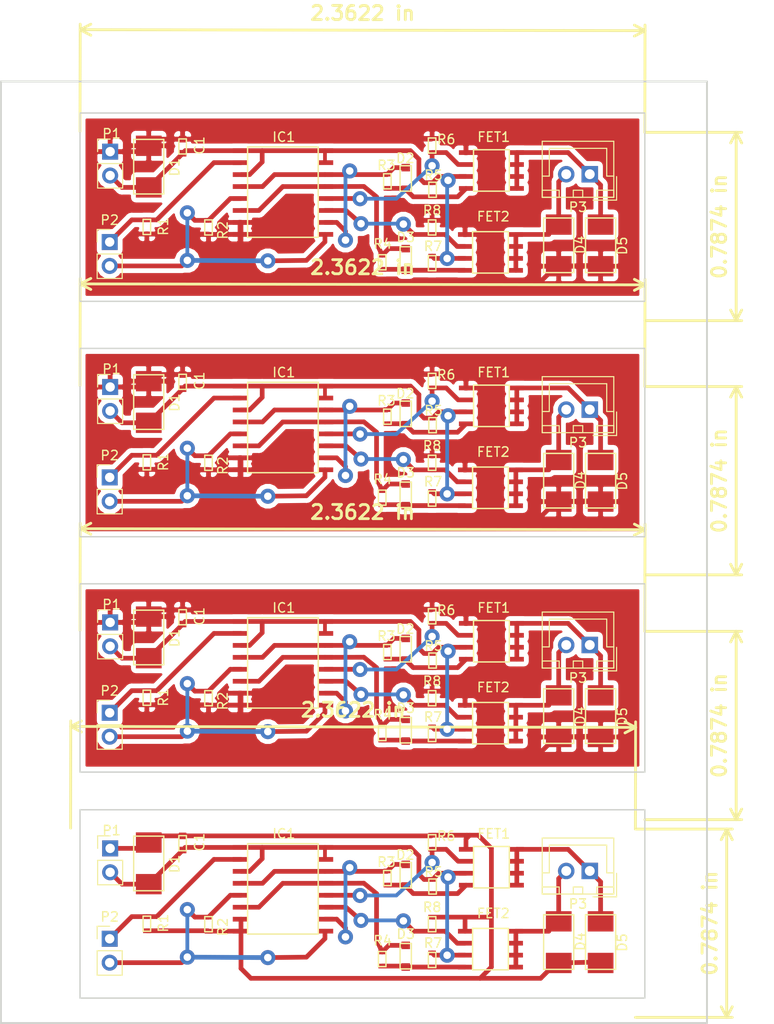
<source format=kicad_pcb>
(kicad_pcb (version 20171130) (host pcbnew "(5.0.0)")
  (layers (0 F.Cu signal) (31 B.Cu signal) (34 B.Paste user) (35 F.Paste user) (36 B.SilkS user) (37 F.SilkS user) (38 B.Mask user) (39 F.Mask user) (44 Edge.Cuts user))
  (net 0 "")
  (net 1 +12V)
  (net 2 GND)
  (net 3 "Net-(D2-Pad1)")
  (net 4 "Net-(D2-Pad2)")
  (net 5 "Net-(D3-Pad1)")
  (net 6 "Net-(D3-Pad2)")
  (net 7 "Net-(D4-Pad1)")
  (net 8 "Net-(D5-Pad1)")
  (net 9 "Net-(FET1-Pad2)")
  (net 10 "Net-(FET2-Pad2)")
  (net 11 "Net-(IC1-Pad5)")
  (net 12 "Net-(IC1-Pad2)")
  (module 1SMB5930BT3G:TC4469 (layer F.Cu) (at 143.680859 136.124091)
    (fp_text reference IC1 (at -3.85 -11.75) (layer F.SilkS))
    (fp_text value TC4469)
    (pad 1 smd rect (at -8.5 -10.3) (size 1.55 0.5) (layers F.Cu F.Paste F.Mask) (net 1 +12V))
    (pad 16 smd rect (at 0.615 -10.3) (size 1.55 0.5) (layers F.Cu F.Paste F.Mask) (net 1 +12V))
    (pad 2 smd rect (at -8.5 -9.03) (size 1.55 0.5) (layers F.Cu F.Paste F.Mask) (net 12 "Net-(IC1-Pad2)"))
    (pad 3 smd rect (at -8.5 -7.76) (size 1.55 0.5) (layers F.Cu F.Paste F.Mask) (net 1 +12V))
    (pad 5 smd rect (at -8.5 -5.22) (size 1.55 0.5) (layers F.Cu F.Paste F.Mask) (net 11 "Net-(IC1-Pad5)"))
    (pad 4 smd rect (at -8.5 -6.49) (size 1.55 0.5) (layers F.Cu F.Paste F.Mask) (net 4 "Net-(D2-Pad2)"))
    (pad 6 smd rect (at -8.5 -3.95) (size 1.55 0.5) (layers F.Cu F.Paste F.Mask) (net 6 "Net-(D3-Pad2)"))
    (pad 7 smd rect (at -8.5 -2.68) (size 1.55 0.5) (layers F.Cu F.Paste F.Mask) (net 2 GND))
    (pad 8 smd rect (at -8.5 -1.41) (size 1.55 0.5) (layers F.Cu F.Paste F.Mask) (net 2 GND))
    (pad 9 smd rect (at 0.62 -1.41) (size 1.55 0.5) (layers F.Cu F.Paste F.Mask) (net 11 "Net-(IC1-Pad5)"))
    (pad 10 smd rect (at 0.62 -2.68) (size 1.55 0.5) (layers F.Cu F.Paste F.Mask) (net 4 "Net-(D2-Pad2)"))
    (pad 11 smd rect (at 0.62 -3.95) (size 1.55 0.5) (layers F.Cu F.Paste F.Mask) (net 10 "Net-(FET2-Pad2)"))
    (pad 12 smd rect (at 0.62 -5.22) (size 1.55 0.5) (layers F.Cu F.Paste F.Mask) (net 9 "Net-(FET1-Pad2)"))
    (pad 13 smd rect (at 0.62 -6.49) (size 1.55 0.5) (layers F.Cu F.Paste F.Mask) (net 6 "Net-(D3-Pad2)"))
    (pad 14 smd rect (at 0.62 -7.76) (size 1.55 0.5) (layers F.Cu F.Paste F.Mask) (net 4 "Net-(D2-Pad2)"))
    (pad 15 smd rect (at 0.62 -9.03) (size 1.55 0.5) (layers F.Cu F.Paste F.Mask) (net 1 +12V))
  )
  (module TPC8407:TPC8407 (layer F.Cu) (at 156.980859 138.824091)
    (fp_text reference FET2 (at 5.1 -6) (layer F.SilkS))
    (fp_text value TPC8407)
    (pad 7 smd rect (at 7.5 -2.83) (size 1.5 0.5) (layers F.Cu F.Paste F.Mask) (net 7 "Net-(D4-Pad1)"))
    (pad 5 smd rect (at 7.5 -0.29) (size 1.5 0.5) (layers F.Cu F.Paste F.Mask) (net 7 "Net-(D4-Pad1)"))
    (pad 6 smd rect (at 7.5 -1.56) (size 1.5 0.5) (layers F.Cu F.Paste F.Mask) (net 7 "Net-(D4-Pad1)"))
    (pad 8 smd rect (at 7.5 -4.1) (size 1.5 0.5) (layers F.Cu F.Paste F.Mask) (net 7 "Net-(D4-Pad1)"))
    (pad 4 smd rect (at 2.1 -0.29) (size 1.5 0.5) (layers F.Cu F.Paste F.Mask) (net 5 "Net-(D3-Pad1)"))
    (pad 3 smd rect (at 2.1 -1.56) (size 1.5 0.5) (layers F.Cu F.Paste F.Mask) (net 1 +12V))
    (pad 2 smd rect (at 2.1 -2.83) (size 1.5 0.5) (layers F.Cu F.Paste F.Mask) (net 10 "Net-(FET2-Pad2)"))
    (pad 1 smd rect (at 2.1 -4.1) (size 1.5 0.5) (layers F.Cu F.Paste F.Mask) (net 2 GND))
  )
  (module Pin_Headers:Pin_Header_Straight_1x02_Pitch2.54mm (layer F.Cu) (at 121.380859 125.924091)
    (fp_text reference P1 (at 0.15 -1.9) (layer F.SilkS))
    (fp_text value Conn_01x02)
    (pad 2 thru_hole oval (at 0 2.54) (size 1.7 1.7) (drill 1) (layers *.Cu *.Mask) (net 1 +12V))
    (pad 1 thru_hole rect (at 0 0) (size 1.7 1.7) (drill 1) (layers *.Cu *.Mask) (net 2 GND))
  )
  (module C_1608_HandSolderring_1000pF:C_1608_HandSolderring_1000pF (layer F.Cu) (at 129.980859 126.724091 90)
    (fp_text reference C1 (at 1.45 0.9 90) (layer F.SilkS))
    (fp_text value 0.1u)
    (pad 2 smd rect (at 2.125 -0.9 90) (size 0.7 0.8) (layers F.Cu F.Paste F.Mask) (net 2 GND))
    (pad 1 smd rect (at 0.625 -0.9 90) (size 0.7 0.8) (layers F.Cu F.Paste F.Mask) (net 1 +12V))
  )
  (module TPC8407:TPC8407 (layer F.Cu) (at 157.080859 130.124091)
    (fp_text reference FET1 (at 5.05 -5.75) (layer F.SilkS))
    (fp_text value TPC8407)
    (pad 7 smd rect (at 7.5 -2.83) (size 1.5 0.5) (layers F.Cu F.Paste F.Mask) (net 8 "Net-(D5-Pad1)"))
    (pad 5 smd rect (at 7.5 -0.29) (size 1.5 0.5) (layers F.Cu F.Paste F.Mask) (net 8 "Net-(D5-Pad1)"))
    (pad 6 smd rect (at 7.5 -1.56) (size 1.5 0.5) (layers F.Cu F.Paste F.Mask) (net 8 "Net-(D5-Pad1)"))
    (pad 8 smd rect (at 7.5 -4.1) (size 1.5 0.5) (layers F.Cu F.Paste F.Mask) (net 8 "Net-(D5-Pad1)"))
    (pad 4 smd rect (at 2.1 -0.29) (size 1.5 0.5) (layers F.Cu F.Paste F.Mask) (net 3 "Net-(D2-Pad1)"))
    (pad 3 smd rect (at 2.1 -1.56) (size 1.5 0.5) (layers F.Cu F.Paste F.Mask) (net 1 +12V))
    (pad 2 smd rect (at 2.1 -2.83) (size 1.5 0.5) (layers F.Cu F.Paste F.Mask) (net 9 "Net-(FET1-Pad2)"))
    (pad 1 smd rect (at 2.1 -4.1) (size 1.5 0.5) (layers F.Cu F.Paste F.Mask) (net 2 GND))
  )
  (module 1SMB5930BT3G:1SMB5930BT3G (layer F.Cu) (at 171.380859 131.774091 270)
    (fp_text reference D5 (at 4.15 -4.4 270) (layer F.SilkS))
    (fp_text value 1SMB5930BT3G)
    (pad 2 smd rect (at 6.32 -2.1 270) (size 2.159 2.734) (layers F.Cu F.Paste F.Mask) (net 2 GND))
    (pad 1 smd rect (at 1.9 -2.1 270) (size 2.159 2.734) (layers F.Cu F.Paste F.Mask) (net 8 "Net-(D5-Pad1)"))
  )
  (module 1SMB5930BT3G:1SMB5930BT3G (layer F.Cu) (at 127.580859 131.624091 90)
    (fp_text reference D1 (at 4.05 0.65 90) (layer F.SilkS))
    (fp_text value 1SMB5930BT3G)
    (pad 2 smd rect (at 6.32 -2.1 90) (size 2.159 2.734) (layers F.Cu F.Paste F.Mask) (net 2 GND))
    (pad 1 smd rect (at 1.9 -2.1 90) (size 2.159 2.734) (layers F.Cu F.Paste F.Mask) (net 1 +12V))
  )
  (module R_1608_HandSoldering:R_1608_HandSoldering (layer F.Cu) (at 123.680859 131.774091 270)
    (fp_text reference R1 (at 2.1 -3.35 270) (layer F.SilkS))
    (fp_text value 12k)
    (pad 2 smd rect (at 2.9 -1.6 270) (size 0.5 0.8) (layers F.Cu F.Paste F.Mask) (net 2 GND))
    (pad 1 smd rect (at 1.4 -1.6 270) (size 0.5 0.8) (layers F.Cu F.Paste F.Mask) (net 12 "Net-(IC1-Pad2)"))
  )
  (module R_1608_HandSoldering:R_1608_HandSoldering (layer F.Cu) (at 154.030859 127.824091 270)
    (fp_text reference R5 (at 0.6 -1.7) (layer F.SilkS))
    (fp_text value 12k)
    (pad 2 smd rect (at 2.9 -1.6 270) (size 0.5 0.8) (layers F.Cu F.Paste F.Mask) (net 3 "Net-(D2-Pad1)"))
    (pad 1 smd rect (at 1.4 -1.6 270) (size 0.5 0.8) (layers F.Cu F.Paste F.Mask) (net 1 +12V))
  )
  (module R_1608_HandSoldering:R_1608_HandSoldering (layer F.Cu) (at 151.880859 139.824091 90)
    (fp_text reference R4 (at 4.1 -1.55 180) (layer F.SilkS))
    (fp_text value 100)
    (pad 2 smd rect (at 2.9 -1.6 90) (size 0.5 0.8) (layers F.Cu F.Paste F.Mask) (net 6 "Net-(D3-Pad2)"))
    (pad 1 smd rect (at 1.4 -1.6 90) (size 0.5 0.8) (layers F.Cu F.Paste F.Mask) (net 5 "Net-(D3-Pad1)"))
  )
  (module CUS10F30:CUS10F30 (layer F.Cu) (at 154.880859 131.424091 90)
    (fp_text reference D2 (at 4.8 -2.15 180) (layer F.SilkS))
    (fp_text value CUS10F30)
    (pad 2 smd rect (at 3.8 -2.1 90) (size 0.8 0.9) (layers F.Cu F.Paste F.Mask) (net 4 "Net-(D2-Pad2)"))
    (pad 1 smd rect (at 1.5 -2.1 90) (size 0.8 0.9) (layers F.Cu F.Paste F.Mask) (net 3 "Net-(D2-Pad1)"))
  )
  (module Pin_Headers:Pin_Header_Straight_1x02_Pitch2.54mm (layer F.Cu) (at 121.330859 135.524091)
    (fp_text reference P2 (at 0 -2.33) (layer F.SilkS))
    (fp_text value Conn_01x02_Male)
    (pad 2 thru_hole oval (at 0 2.54) (size 1.7 1.7) (drill 1) (layers *.Cu *.Mask) (net 11 "Net-(IC1-Pad5)"))
    (pad 1 thru_hole rect (at 0 0) (size 1.7 1.7) (drill 1) (layers *.Cu *.Mask) (net 12 "Net-(IC1-Pad2)"))
  )
  (module R_1608_HandSoldering:R_1608_HandSoldering (layer F.Cu) (at 130.230859 131.824091 270)
    (fp_text reference R2 (at 2.45 -3.125 270) (layer F.SilkS))
    (fp_text value 12k)
    (pad 2 smd rect (at 2.9 -1.6 270) (size 0.5 0.8) (layers F.Cu F.Paste F.Mask) (net 2 GND))
    (pad 1 smd rect (at 1.4 -1.6 270) (size 0.5 0.8) (layers F.Cu F.Paste F.Mask) (net 11 "Net-(IC1-Pad5)"))
  )
  (module Connectors_JST:JST_XH_B02B-XH-A_02x2.50mm_Straight (layer F.Cu) (at 172.330859 128.324091 180)
    (fp_text reference P3 (at 1.25 -3.5 180) (layer F.SilkS))
    (fp_text value XAconector)
    (pad 2 thru_hole circle (at 2.5 0 180) (size 1.75 1.75) (drill 1.05) (layers *.Cu *.Mask) (net 7 "Net-(D4-Pad1)"))
    (pad 1 thru_hole rect (at 0 0 180) (size 1.75 1.75) (drill 1.05) (layers *.Cu *.Mask) (net 8 "Net-(D5-Pad1)"))
  )
  (module 1SMB5930BT3G:1SMB5930BT3G (layer F.Cu) (at 166.930859 131.774091 270)
    (fp_text reference D4 (at 4.05 -4.4 270) (layer F.SilkS))
    (fp_text value 1SMB5930BT3G)
    (pad 2 smd rect (at 6.32 -2.1 270) (size 2.159 2.734) (layers F.Cu F.Paste F.Mask) (net 2 GND))
    (pad 1 smd rect (at 1.9 -2.1 270) (size 2.159 2.734) (layers F.Cu F.Paste F.Mask) (net 7 "Net-(D4-Pad1)"))
  )
  (module CUS10F30:CUS10F30 (layer F.Cu) (at 154.880859 140.024091 90)
    (fp_text reference D3 (at 5 -2.1 180) (layer F.SilkS))
    (fp_text value CUS10F30)
    (pad 2 smd rect (at 3.8 -2.1 90) (size 0.8 0.9) (layers F.Cu F.Paste F.Mask) (net 6 "Net-(D3-Pad2)"))
    (pad 1 smd rect (at 1.5 -2.1 90) (size 0.8 0.9) (layers F.Cu F.Paste F.Mask) (net 5 "Net-(D3-Pad1)"))
  )
  (module R_1608_HandSoldering:R_1608_HandSoldering (layer F.Cu) (at 153.980859 131.824091 270)
    (fp_text reference R8 (at 0.35 -1.6) (layer F.SilkS))
    (fp_text value 12k)
    (pad 2 smd rect (at 2.9 -1.6 270) (size 0.5 0.8) (layers F.Cu F.Paste F.Mask) (net 10 "Net-(FET2-Pad2)"))
    (pad 1 smd rect (at 1.4 -1.6 270) (size 0.5 0.8) (layers F.Cu F.Paste F.Mask) (net 2 GND))
  )
  (module R_1608_HandSoldering:R_1608_HandSoldering (layer F.Cu) (at 153.980859 135.624091 270)
    (fp_text reference R7 (at 0.35 -1.7) (layer F.SilkS))
    (fp_text value 12k)
    (pad 2 smd rect (at 2.9 -1.6 270) (size 0.5 0.8) (layers F.Cu F.Paste F.Mask) (net 5 "Net-(D3-Pad1)"))
    (pad 1 smd rect (at 1.4 -1.6 270) (size 0.5 0.8) (layers F.Cu F.Paste F.Mask) (net 1 +12V))
  )
  (module R_1608_HandSoldering:R_1608_HandSoldering (layer F.Cu) (at 152.430859 131.224091 90)
    (fp_text reference R3 (at 3.85 -1.7 180) (layer F.SilkS))
    (fp_text value 100)
    (pad 2 smd rect (at 2.9 -1.6 90) (size 0.5 0.8) (layers F.Cu F.Paste F.Mask) (net 4 "Net-(D2-Pad2)"))
    (pad 1 smd rect (at 1.4 -1.6 90) (size 0.5 0.8) (layers F.Cu F.Paste F.Mask) (net 3 "Net-(D2-Pad1)"))
  )
  (module R_1608_HandSoldering:R_1608_HandSoldering (layer F.Cu) (at 153.980859 123.124091 270)
    (fp_text reference R6 (at 1.5 -3.1) (layer F.SilkS))
    (fp_text value 12k)
    (pad 2 smd rect (at 2.9 -1.6 270) (size 0.5 0.8) (layers F.Cu F.Paste F.Mask) (net 9 "Net-(FET1-Pad2)"))
    (pad 1 smd rect (at 1.4 -1.6 270) (size 0.5 0.8) (layers F.Cu F.Paste F.Mask) (net 2 GND))
  )
  (module R_1608_HandSoldering:R_1608_HandSoldering (layer F.Cu) (at 154.030859 103.824091 270)
    (fp_text reference R5 (at 0.6 -1.7) (layer F.SilkS))
    (fp_text value 12k)
    (pad 1 smd rect (at 1.4 -1.6 270) (size 0.5 0.8) (layers F.Cu F.Paste F.Mask) (net 1 +12V))
    (pad 2 smd rect (at 2.9 -1.6 270) (size 0.5 0.8) (layers F.Cu F.Paste F.Mask) (net 3 "Net-(D2-Pad1)"))
  )
  (module R_1608_HandSoldering:R_1608_HandSoldering (layer F.Cu) (at 152.430859 107.224091 90)
    (fp_text reference R3 (at 3.85 -1.7 180) (layer F.SilkS))
    (fp_text value 100)
    (pad 1 smd rect (at 1.4 -1.6 90) (size 0.5 0.8) (layers F.Cu F.Paste F.Mask) (net 3 "Net-(D2-Pad1)"))
    (pad 2 smd rect (at 2.9 -1.6 90) (size 0.5 0.8) (layers F.Cu F.Paste F.Mask) (net 4 "Net-(D2-Pad2)"))
  )
  (module R_1608_HandSoldering:R_1608_HandSoldering (layer F.Cu) (at 151.880859 115.824091 90)
    (fp_text reference R4 (at 4.1 -1.55 180) (layer F.SilkS))
    (fp_text value 100)
    (pad 1 smd rect (at 1.4 -1.6 90) (size 0.5 0.8) (layers F.Cu F.Paste F.Mask) (net 5 "Net-(D3-Pad1)"))
    (pad 2 smd rect (at 2.9 -1.6 90) (size 0.5 0.8) (layers F.Cu F.Paste F.Mask) (net 6 "Net-(D3-Pad2)"))
  )
  (module CUS10F30:CUS10F30 (layer F.Cu) (at 154.880859 107.424091 90)
    (fp_text reference D2 (at 4.8 -2.15 180) (layer F.SilkS))
    (fp_text value CUS10F30)
    (pad 1 smd rect (at 1.5 -2.1 90) (size 0.8 0.9) (layers F.Cu F.Paste F.Mask) (net 3 "Net-(D2-Pad1)"))
    (pad 2 smd rect (at 3.8 -2.1 90) (size 0.8 0.9) (layers F.Cu F.Paste F.Mask) (net 4 "Net-(D2-Pad2)"))
  )
  (module Connectors_JST:JST_XH_B02B-XH-A_02x2.50mm_Straight (layer F.Cu) (at 172.330859 104.324091 180)
    (fp_text reference P3 (at 1.25 -3.5 180) (layer F.SilkS))
    (fp_text value XAconector)
    (pad 1 thru_hole rect (at 0 0 180) (size 1.75 1.75) (drill 1.05) (layers *.Cu *.Mask) (net 8 "Net-(D5-Pad1)"))
    (pad 2 thru_hole circle (at 2.5 0 180) (size 1.75 1.75) (drill 1.05) (layers *.Cu *.Mask) (net 7 "Net-(D4-Pad1)"))
  )
  (module R_1608_HandSoldering:R_1608_HandSoldering (layer F.Cu) (at 153.980859 111.624091 270)
    (fp_text reference R7 (at 0.35 -1.7) (layer F.SilkS))
    (fp_text value 12k)
    (pad 1 smd rect (at 1.4 -1.6 270) (size 0.5 0.8) (layers F.Cu F.Paste F.Mask) (net 1 +12V))
    (pad 2 smd rect (at 2.9 -1.6 270) (size 0.5 0.8) (layers F.Cu F.Paste F.Mask) (net 5 "Net-(D3-Pad1)"))
  )
  (module R_1608_HandSoldering:R_1608_HandSoldering (layer F.Cu) (at 153.980859 107.824091 270)
    (fp_text reference R8 (at 0.35 -1.6) (layer F.SilkS))
    (fp_text value 12k)
    (pad 1 smd rect (at 1.4 -1.6 270) (size 0.5 0.8) (layers F.Cu F.Paste F.Mask) (net 2 GND))
    (pad 2 smd rect (at 2.9 -1.6 270) (size 0.5 0.8) (layers F.Cu F.Paste F.Mask) (net 10 "Net-(FET2-Pad2)"))
  )
  (module R_1608_HandSoldering:R_1608_HandSoldering (layer F.Cu) (at 123.680859 107.774091 270)
    (fp_text reference R1 (at 2.1 -3.35 270) (layer F.SilkS))
    (fp_text value 12k)
    (pad 1 smd rect (at 1.4 -1.6 270) (size 0.5 0.8) (layers F.Cu F.Paste F.Mask) (net 12 "Net-(IC1-Pad2)"))
    (pad 2 smd rect (at 2.9 -1.6 270) (size 0.5 0.8) (layers F.Cu F.Paste F.Mask) (net 2 GND))
  )
  (module CUS10F30:CUS10F30 (layer F.Cu) (at 154.880859 116.024091 90)
    (fp_text reference D3 (at 5 -2.1 180) (layer F.SilkS))
    (fp_text value CUS10F30)
    (pad 1 smd rect (at 1.5 -2.1 90) (size 0.8 0.9) (layers F.Cu F.Paste F.Mask) (net 5 "Net-(D3-Pad1)"))
    (pad 2 smd rect (at 3.8 -2.1 90) (size 0.8 0.9) (layers F.Cu F.Paste F.Mask) (net 6 "Net-(D3-Pad2)"))
  )
  (module R_1608_HandSoldering:R_1608_HandSoldering (layer F.Cu) (at 153.980859 99.124091 270)
    (fp_text reference R6 (at 1.5 -3.1) (layer F.SilkS))
    (fp_text value 12k)
    (pad 1 smd rect (at 1.4 -1.6 270) (size 0.5 0.8) (layers F.Cu F.Paste F.Mask) (net 2 GND))
    (pad 2 smd rect (at 2.9 -1.6 270) (size 0.5 0.8) (layers F.Cu F.Paste F.Mask) (net 9 "Net-(FET1-Pad2)"))
  )
  (module Pin_Headers:Pin_Header_Straight_1x02_Pitch2.54mm (layer F.Cu) (at 121.330859 111.524091)
    (fp_text reference P2 (at 0 -2.33) (layer F.SilkS))
    (fp_text value Conn_01x02_Male)
    (pad 1 thru_hole rect (at 0 0) (size 1.7 1.7) (drill 1) (layers *.Cu *.Mask) (net 12 "Net-(IC1-Pad2)"))
    (pad 2 thru_hole oval (at 0 2.54) (size 1.7 1.7) (drill 1) (layers *.Cu *.Mask) (net 11 "Net-(IC1-Pad5)"))
  )
  (module 1SMB5930BT3G:1SMB5930BT3G (layer F.Cu) (at 166.930859 107.774091 270)
    (fp_text reference D4 (at 4.05 -4.4 270) (layer F.SilkS))
    (fp_text value 1SMB5930BT3G)
    (pad 1 smd rect (at 1.9 -2.1 270) (size 2.159 2.734) (layers F.Cu F.Paste F.Mask) (net 7 "Net-(D4-Pad1)"))
    (pad 2 smd rect (at 6.32 -2.1 270) (size 2.159 2.734) (layers F.Cu F.Paste F.Mask) (net 2 GND))
  )
  (module R_1608_HandSoldering:R_1608_HandSoldering (layer F.Cu) (at 130.230859 107.824091 270)
    (fp_text reference R2 (at 2.45 -3.125 270) (layer F.SilkS))
    (fp_text value 12k)
    (pad 1 smd rect (at 1.4 -1.6 270) (size 0.5 0.8) (layers F.Cu F.Paste F.Mask) (net 11 "Net-(IC1-Pad5)"))
    (pad 2 smd rect (at 2.9 -1.6 270) (size 0.5 0.8) (layers F.Cu F.Paste F.Mask) (net 2 GND))
  )
  (module Pin_Headers:Pin_Header_Straight_1x02_Pitch2.54mm (layer F.Cu) (at 121.380859 101.924091)
    (fp_text reference P1 (at 0.15 -1.9) (layer F.SilkS))
    (fp_text value Conn_01x02)
    (pad 1 thru_hole rect (at 0 0) (size 1.7 1.7) (drill 1) (layers *.Cu *.Mask) (net 2 GND))
    (pad 2 thru_hole oval (at 0 2.54) (size 1.7 1.7) (drill 1) (layers *.Cu *.Mask) (net 1 +12V))
  )
  (module 1SMB5930BT3G:1SMB5930BT3G (layer F.Cu) (at 171.380859 107.774091 270)
    (fp_text reference D5 (at 4.15 -4.4 270) (layer F.SilkS))
    (fp_text value 1SMB5930BT3G)
    (pad 1 smd rect (at 1.9 -2.1 270) (size 2.159 2.734) (layers F.Cu F.Paste F.Mask) (net 8 "Net-(D5-Pad1)"))
    (pad 2 smd rect (at 6.32 -2.1 270) (size 2.159 2.734) (layers F.Cu F.Paste F.Mask) (net 2 GND))
  )
  (module 1SMB5930BT3G:1SMB5930BT3G (layer F.Cu) (at 127.580859 107.624091 90)
    (fp_text reference D1 (at 4.05 0.65 90) (layer F.SilkS))
    (fp_text value 1SMB5930BT3G)
    (pad 1 smd rect (at 1.9 -2.1 90) (size 2.159 2.734) (layers F.Cu F.Paste F.Mask) (net 1 +12V))
    (pad 2 smd rect (at 6.32 -2.1 90) (size 2.159 2.734) (layers F.Cu F.Paste F.Mask) (net 2 GND))
  )
  (module 1SMB5930BT3G:TC4469 (layer F.Cu) (at 143.680859 112.124091)
    (fp_text reference IC1 (at -3.85 -11.75) (layer F.SilkS))
    (fp_text value TC4469)
    (pad 15 smd rect (at 0.62 -9.03) (size 1.55 0.5) (layers F.Cu F.Paste F.Mask) (net 1 +12V))
    (pad 14 smd rect (at 0.62 -7.76) (size 1.55 0.5) (layers F.Cu F.Paste F.Mask) (net 4 "Net-(D2-Pad2)"))
    (pad 13 smd rect (at 0.62 -6.49) (size 1.55 0.5) (layers F.Cu F.Paste F.Mask) (net 6 "Net-(D3-Pad2)"))
    (pad 12 smd rect (at 0.62 -5.22) (size 1.55 0.5) (layers F.Cu F.Paste F.Mask) (net 9 "Net-(FET1-Pad2)"))
    (pad 11 smd rect (at 0.62 -3.95) (size 1.55 0.5) (layers F.Cu F.Paste F.Mask) (net 10 "Net-(FET2-Pad2)"))
    (pad 10 smd rect (at 0.62 -2.68) (size 1.55 0.5) (layers F.Cu F.Paste F.Mask) (net 4 "Net-(D2-Pad2)"))
    (pad 9 smd rect (at 0.62 -1.41) (size 1.55 0.5) (layers F.Cu F.Paste F.Mask) (net 11 "Net-(IC1-Pad5)"))
    (pad 8 smd rect (at -8.5 -1.41) (size 1.55 0.5) (layers F.Cu F.Paste F.Mask) (net 2 GND))
    (pad 7 smd rect (at -8.5 -2.68) (size 1.55 0.5) (layers F.Cu F.Paste F.Mask) (net 2 GND))
    (pad 6 smd rect (at -8.5 -3.95) (size 1.55 0.5) (layers F.Cu F.Paste F.Mask) (net 6 "Net-(D3-Pad2)"))
    (pad 4 smd rect (at -8.5 -6.49) (size 1.55 0.5) (layers F.Cu F.Paste F.Mask) (net 4 "Net-(D2-Pad2)"))
    (pad 5 smd rect (at -8.5 -5.22) (size 1.55 0.5) (layers F.Cu F.Paste F.Mask) (net 11 "Net-(IC1-Pad5)"))
    (pad 3 smd rect (at -8.5 -7.76) (size 1.55 0.5) (layers F.Cu F.Paste F.Mask) (net 1 +12V))
    (pad 2 smd rect (at -8.5 -9.03) (size 1.55 0.5) (layers F.Cu F.Paste F.Mask) (net 12 "Net-(IC1-Pad2)"))
    (pad 16 smd rect (at 0.615 -10.3) (size 1.55 0.5) (layers F.Cu F.Paste F.Mask) (net 1 +12V))
    (pad 1 smd rect (at -8.5 -10.3) (size 1.55 0.5) (layers F.Cu F.Paste F.Mask) (net 1 +12V))
  )
  (module TPC8407:TPC8407 (layer F.Cu) (at 156.980859 114.824091)
    (fp_text reference FET2 (at 5.1 -6) (layer F.SilkS))
    (fp_text value TPC8407)
    (pad 1 smd rect (at 2.1 -4.1) (size 1.5 0.5) (layers F.Cu F.Paste F.Mask) (net 2 GND))
    (pad 2 smd rect (at 2.1 -2.83) (size 1.5 0.5) (layers F.Cu F.Paste F.Mask) (net 10 "Net-(FET2-Pad2)"))
    (pad 3 smd rect (at 2.1 -1.56) (size 1.5 0.5) (layers F.Cu F.Paste F.Mask) (net 1 +12V))
    (pad 4 smd rect (at 2.1 -0.29) (size 1.5 0.5) (layers F.Cu F.Paste F.Mask) (net 5 "Net-(D3-Pad1)"))
    (pad 8 smd rect (at 7.5 -4.1) (size 1.5 0.5) (layers F.Cu F.Paste F.Mask) (net 7 "Net-(D4-Pad1)"))
    (pad 6 smd rect (at 7.5 -1.56) (size 1.5 0.5) (layers F.Cu F.Paste F.Mask) (net 7 "Net-(D4-Pad1)"))
    (pad 5 smd rect (at 7.5 -0.29) (size 1.5 0.5) (layers F.Cu F.Paste F.Mask) (net 7 "Net-(D4-Pad1)"))
    (pad 7 smd rect (at 7.5 -2.83) (size 1.5 0.5) (layers F.Cu F.Paste F.Mask) (net 7 "Net-(D4-Pad1)"))
  )
  (module C_1608_HandSolderring_1000pF:C_1608_HandSolderring_1000pF (layer F.Cu) (at 129.980859 102.724091 90)
    (fp_text reference C1 (at 1.45 0.9 90) (layer F.SilkS))
    (fp_text value 0.1u)
    (pad 1 smd rect (at 0.625 -0.9 90) (size 0.7 0.8) (layers F.Cu F.Paste F.Mask) (net 1 +12V))
    (pad 2 smd rect (at 2.125 -0.9 90) (size 0.7 0.8) (layers F.Cu F.Paste F.Mask) (net 2 GND))
  )
  (module TPC8407:TPC8407 (layer F.Cu) (at 157.080859 106.124091)
    (fp_text reference FET1 (at 5.05 -5.75) (layer F.SilkS))
    (fp_text value TPC8407)
    (pad 1 smd rect (at 2.1 -4.1) (size 1.5 0.5) (layers F.Cu F.Paste F.Mask) (net 2 GND))
    (pad 2 smd rect (at 2.1 -2.83) (size 1.5 0.5) (layers F.Cu F.Paste F.Mask) (net 9 "Net-(FET1-Pad2)"))
    (pad 3 smd rect (at 2.1 -1.56) (size 1.5 0.5) (layers F.Cu F.Paste F.Mask) (net 1 +12V))
    (pad 4 smd rect (at 2.1 -0.29) (size 1.5 0.5) (layers F.Cu F.Paste F.Mask) (net 3 "Net-(D2-Pad1)"))
    (pad 8 smd rect (at 7.5 -4.1) (size 1.5 0.5) (layers F.Cu F.Paste F.Mask) (net 8 "Net-(D5-Pad1)"))
    (pad 6 smd rect (at 7.5 -1.56) (size 1.5 0.5) (layers F.Cu F.Paste F.Mask) (net 8 "Net-(D5-Pad1)"))
    (pad 5 smd rect (at 7.5 -0.29) (size 1.5 0.5) (layers F.Cu F.Paste F.Mask) (net 8 "Net-(D5-Pad1)"))
    (pad 7 smd rect (at 7.5 -2.83) (size 1.5 0.5) (layers F.Cu F.Paste F.Mask) (net 8 "Net-(D5-Pad1)"))
  )
  (module R_1608_HandSoldering:R_1608_HandSoldering (layer F.Cu) (at 151.880859 90.824091 90)
    (fp_text reference R4 (at 4.1 -1.55 180) (layer F.SilkS))
    (fp_text value 100)
    (pad 2 smd rect (at 2.9 -1.6 90) (size 0.5 0.8) (layers F.Cu F.Paste F.Mask) (net 6 "Net-(D3-Pad2)"))
    (pad 1 smd rect (at 1.4 -1.6 90) (size 0.5 0.8) (layers F.Cu F.Paste F.Mask) (net 5 "Net-(D3-Pad1)"))
  )
  (module R_1608_HandSoldering:R_1608_HandSoldering (layer F.Cu) (at 153.980859 86.624091 270)
    (fp_text reference R7 (at 0.35 -1.7) (layer F.SilkS))
    (fp_text value 12k)
    (pad 2 smd rect (at 2.9 -1.6 270) (size 0.5 0.8) (layers F.Cu F.Paste F.Mask) (net 5 "Net-(D3-Pad1)"))
    (pad 1 smd rect (at 1.4 -1.6 270) (size 0.5 0.8) (layers F.Cu F.Paste F.Mask) (net 1 +12V))
  )
  (module R_1608_HandSoldering:R_1608_HandSoldering (layer F.Cu) (at 154.030859 78.824091 270)
    (fp_text reference R5 (at 0.6 -1.7) (layer F.SilkS))
    (fp_text value 12k)
    (pad 2 smd rect (at 2.9 -1.6 270) (size 0.5 0.8) (layers F.Cu F.Paste F.Mask) (net 3 "Net-(D2-Pad1)"))
    (pad 1 smd rect (at 1.4 -1.6 270) (size 0.5 0.8) (layers F.Cu F.Paste F.Mask) (net 1 +12V))
  )
  (module R_1608_HandSoldering:R_1608_HandSoldering (layer F.Cu) (at 153.980859 82.824091 270)
    (fp_text reference R8 (at 0.35 -1.6) (layer F.SilkS))
    (fp_text value 12k)
    (pad 2 smd rect (at 2.9 -1.6 270) (size 0.5 0.8) (layers F.Cu F.Paste F.Mask) (net 10 "Net-(FET2-Pad2)"))
    (pad 1 smd rect (at 1.4 -1.6 270) (size 0.5 0.8) (layers F.Cu F.Paste F.Mask) (net 2 GND))
  )
  (module R_1608_HandSoldering:R_1608_HandSoldering (layer F.Cu) (at 153.980859 74.124091 270)
    (fp_text reference R6 (at 1.5 -3.1) (layer F.SilkS))
    (fp_text value 12k)
    (pad 2 smd rect (at 2.9 -1.6 270) (size 0.5 0.8) (layers F.Cu F.Paste F.Mask) (net 9 "Net-(FET1-Pad2)"))
    (pad 1 smd rect (at 1.4 -1.6 270) (size 0.5 0.8) (layers F.Cu F.Paste F.Mask) (net 2 GND))
  )
  (module CUS10F30:CUS10F30 (layer F.Cu) (at 154.880859 82.424091 90)
    (fp_text reference D2 (at 4.8 -2.15 180) (layer F.SilkS))
    (fp_text value CUS10F30)
    (pad 2 smd rect (at 3.8 -2.1 90) (size 0.8 0.9) (layers F.Cu F.Paste F.Mask) (net 4 "Net-(D2-Pad2)"))
    (pad 1 smd rect (at 1.5 -2.1 90) (size 0.8 0.9) (layers F.Cu F.Paste F.Mask) (net 3 "Net-(D2-Pad1)"))
  )
  (module R_1608_HandSoldering:R_1608_HandSoldering (layer F.Cu) (at 123.680859 82.774091 270)
    (fp_text reference R1 (at 2.1 -3.35 270) (layer F.SilkS))
    (fp_text value 12k)
    (pad 2 smd rect (at 2.9 -1.6 270) (size 0.5 0.8) (layers F.Cu F.Paste F.Mask) (net 2 GND))
    (pad 1 smd rect (at 1.4 -1.6 270) (size 0.5 0.8) (layers F.Cu F.Paste F.Mask) (net 12 "Net-(IC1-Pad2)"))
  )
  (module Connectors_JST:JST_XH_B02B-XH-A_02x2.50mm_Straight (layer F.Cu) (at 172.330859 79.324091 180)
    (fp_text reference P3 (at 1.25 -3.5 180) (layer F.SilkS))
    (fp_text value XAconector)
    (pad 2 thru_hole circle (at 2.5 0 180) (size 1.75 1.75) (drill 1.05) (layers *.Cu *.Mask) (net 7 "Net-(D4-Pad1)"))
    (pad 1 thru_hole rect (at 0 0 180) (size 1.75 1.75) (drill 1.05) (layers *.Cu *.Mask) (net 8 "Net-(D5-Pad1)"))
  )
  (module R_1608_HandSoldering:R_1608_HandSoldering (layer F.Cu) (at 152.430859 82.224091 90)
    (fp_text reference R3 (at 3.85 -1.7 180) (layer F.SilkS))
    (fp_text value 100)
    (pad 2 smd rect (at 2.9 -1.6 90) (size 0.5 0.8) (layers F.Cu F.Paste F.Mask) (net 4 "Net-(D2-Pad2)"))
    (pad 1 smd rect (at 1.4 -1.6 90) (size 0.5 0.8) (layers F.Cu F.Paste F.Mask) (net 3 "Net-(D2-Pad1)"))
  )
  (module CUS10F30:CUS10F30 (layer F.Cu) (at 154.880859 91.024091 90)
    (fp_text reference D3 (at 5 -2.1 180) (layer F.SilkS))
    (fp_text value CUS10F30)
    (pad 2 smd rect (at 3.8 -2.1 90) (size 0.8 0.9) (layers F.Cu F.Paste F.Mask) (net 6 "Net-(D3-Pad2)"))
    (pad 1 smd rect (at 1.5 -2.1 90) (size 0.8 0.9) (layers F.Cu F.Paste F.Mask) (net 5 "Net-(D3-Pad1)"))
  )
  (module Pin_Headers:Pin_Header_Straight_1x02_Pitch2.54mm (layer F.Cu) (at 121.330859 86.524091)
    (fp_text reference P2 (at 0 -2.33) (layer F.SilkS))
    (fp_text value Conn_01x02_Male)
    (pad 2 thru_hole oval (at 0 2.54) (size 1.7 1.7) (drill 1) (layers *.Cu *.Mask) (net 11 "Net-(IC1-Pad5)"))
    (pad 1 thru_hole rect (at 0 0) (size 1.7 1.7) (drill 1) (layers *.Cu *.Mask) (net 12 "Net-(IC1-Pad2)"))
  )
  (module R_1608_HandSoldering:R_1608_HandSoldering (layer F.Cu) (at 130.230859 82.824091 270)
    (fp_text reference R2 (at 2.45 -3.125 270) (layer F.SilkS))
    (fp_text value 12k)
    (pad 2 smd rect (at 2.9 -1.6 270) (size 0.5 0.8) (layers F.Cu F.Paste F.Mask) (net 2 GND))
    (pad 1 smd rect (at 1.4 -1.6 270) (size 0.5 0.8) (layers F.Cu F.Paste F.Mask) (net 11 "Net-(IC1-Pad5)"))
  )
  (module Pin_Headers:Pin_Header_Straight_1x02_Pitch2.54mm (layer F.Cu) (at 121.380859 76.924091)
    (fp_text reference P1 (at 0.15 -1.9) (layer F.SilkS))
    (fp_text value Conn_01x02)
    (pad 2 thru_hole oval (at 0 2.54) (size 1.7 1.7) (drill 1) (layers *.Cu *.Mask) (net 1 +12V))
    (pad 1 thru_hole rect (at 0 0) (size 1.7 1.7) (drill 1) (layers *.Cu *.Mask) (net 2 GND))
  )
  (module 1SMB5930BT3G:1SMB5930BT3G (layer F.Cu) (at 171.380859 82.774091 270)
    (fp_text reference D5 (at 4.15 -4.4 270) (layer F.SilkS))
    (fp_text value 1SMB5930BT3G)
    (pad 2 smd rect (at 6.32 -2.1 270) (size 2.159 2.734) (layers F.Cu F.Paste F.Mask) (net 2 GND))
    (pad 1 smd rect (at 1.9 -2.1 270) (size 2.159 2.734) (layers F.Cu F.Paste F.Mask) (net 8 "Net-(D5-Pad1)"))
  )
  (module 1SMB5930BT3G:1SMB5930BT3G (layer F.Cu) (at 127.580859 82.624091 90)
    (fp_text reference D1 (at 4.05 0.65 90) (layer F.SilkS))
    (fp_text value 1SMB5930BT3G)
    (pad 2 smd rect (at 6.32 -2.1 90) (size 2.159 2.734) (layers F.Cu F.Paste F.Mask) (net 2 GND))
    (pad 1 smd rect (at 1.9 -2.1 90) (size 2.159 2.734) (layers F.Cu F.Paste F.Mask) (net 1 +12V))
  )
  (module C_1608_HandSolderring_1000pF:C_1608_HandSolderring_1000pF (layer F.Cu) (at 129.980859 77.724091 90)
    (fp_text reference C1 (at 1.45 0.9 90) (layer F.SilkS))
    (fp_text value 0.1u)
    (pad 2 smd rect (at 2.125 -0.9 90) (size 0.7 0.8) (layers F.Cu F.Paste F.Mask) (net 2 GND))
    (pad 1 smd rect (at 0.625 -0.9 90) (size 0.7 0.8) (layers F.Cu F.Paste F.Mask) (net 1 +12V))
  )
  (module 1SMB5930BT3G:1SMB5930BT3G (layer F.Cu) (at 166.930859 82.774091 270)
    (fp_text reference D4 (at 4.05 -4.4 270) (layer F.SilkS))
    (fp_text value 1SMB5930BT3G)
    (pad 2 smd rect (at 6.32 -2.1 270) (size 2.159 2.734) (layers F.Cu F.Paste F.Mask) (net 2 GND))
    (pad 1 smd rect (at 1.9 -2.1 270) (size 2.159 2.734) (layers F.Cu F.Paste F.Mask) (net 7 "Net-(D4-Pad1)"))
  )
  (module TPC8407:TPC8407 (layer F.Cu) (at 156.980859 89.824091)
    (fp_text reference FET2 (at 5.1 -6) (layer F.SilkS))
    (fp_text value TPC8407)
    (pad 7 smd rect (at 7.5 -2.83) (size 1.5 0.5) (layers F.Cu F.Paste F.Mask) (net 7 "Net-(D4-Pad1)"))
    (pad 5 smd rect (at 7.5 -0.29) (size 1.5 0.5) (layers F.Cu F.Paste F.Mask) (net 7 "Net-(D4-Pad1)"))
    (pad 6 smd rect (at 7.5 -1.56) (size 1.5 0.5) (layers F.Cu F.Paste F.Mask) (net 7 "Net-(D4-Pad1)"))
    (pad 8 smd rect (at 7.5 -4.1) (size 1.5 0.5) (layers F.Cu F.Paste F.Mask) (net 7 "Net-(D4-Pad1)"))
    (pad 4 smd rect (at 2.1 -0.29) (size 1.5 0.5) (layers F.Cu F.Paste F.Mask) (net 5 "Net-(D3-Pad1)"))
    (pad 3 smd rect (at 2.1 -1.56) (size 1.5 0.5) (layers F.Cu F.Paste F.Mask) (net 1 +12V))
    (pad 2 smd rect (at 2.1 -2.83) (size 1.5 0.5) (layers F.Cu F.Paste F.Mask) (net 10 "Net-(FET2-Pad2)"))
    (pad 1 smd rect (at 2.1 -4.1) (size 1.5 0.5) (layers F.Cu F.Paste F.Mask) (net 2 GND))
  )
  (module TPC8407:TPC8407 (layer F.Cu) (at 157.080859 81.124091)
    (fp_text reference FET1 (at 5.05 -5.75) (layer F.SilkS))
    (fp_text value TPC8407)
    (pad 7 smd rect (at 7.5 -2.83) (size 1.5 0.5) (layers F.Cu F.Paste F.Mask) (net 8 "Net-(D5-Pad1)"))
    (pad 5 smd rect (at 7.5 -0.29) (size 1.5 0.5) (layers F.Cu F.Paste F.Mask) (net 8 "Net-(D5-Pad1)"))
    (pad 6 smd rect (at 7.5 -1.56) (size 1.5 0.5) (layers F.Cu F.Paste F.Mask) (net 8 "Net-(D5-Pad1)"))
    (pad 8 smd rect (at 7.5 -4.1) (size 1.5 0.5) (layers F.Cu F.Paste F.Mask) (net 8 "Net-(D5-Pad1)"))
    (pad 4 smd rect (at 2.1 -0.29) (size 1.5 0.5) (layers F.Cu F.Paste F.Mask) (net 3 "Net-(D2-Pad1)"))
    (pad 3 smd rect (at 2.1 -1.56) (size 1.5 0.5) (layers F.Cu F.Paste F.Mask) (net 1 +12V))
    (pad 2 smd rect (at 2.1 -2.83) (size 1.5 0.5) (layers F.Cu F.Paste F.Mask) (net 9 "Net-(FET1-Pad2)"))
    (pad 1 smd rect (at 2.1 -4.1) (size 1.5 0.5) (layers F.Cu F.Paste F.Mask) (net 2 GND))
  )
  (module 1SMB5930BT3G:TC4469 (layer F.Cu) (at 143.680859 87.124091)
    (fp_text reference IC1 (at -3.85 -11.75) (layer F.SilkS))
    (fp_text value TC4469)
    (pad 1 smd rect (at -8.5 -10.3) (size 1.55 0.5) (layers F.Cu F.Paste F.Mask) (net 1 +12V))
    (pad 16 smd rect (at 0.615 -10.3) (size 1.55 0.5) (layers F.Cu F.Paste F.Mask) (net 1 +12V))
    (pad 2 smd rect (at -8.5 -9.03) (size 1.55 0.5) (layers F.Cu F.Paste F.Mask) (net 12 "Net-(IC1-Pad2)"))
    (pad 3 smd rect (at -8.5 -7.76) (size 1.55 0.5) (layers F.Cu F.Paste F.Mask) (net 1 +12V))
    (pad 5 smd rect (at -8.5 -5.22) (size 1.55 0.5) (layers F.Cu F.Paste F.Mask) (net 11 "Net-(IC1-Pad5)"))
    (pad 4 smd rect (at -8.5 -6.49) (size 1.55 0.5) (layers F.Cu F.Paste F.Mask) (net 4 "Net-(D2-Pad2)"))
    (pad 6 smd rect (at -8.5 -3.95) (size 1.55 0.5) (layers F.Cu F.Paste F.Mask) (net 6 "Net-(D3-Pad2)"))
    (pad 7 smd rect (at -8.5 -2.68) (size 1.55 0.5) (layers F.Cu F.Paste F.Mask) (net 2 GND))
    (pad 8 smd rect (at -8.5 -1.41) (size 1.55 0.5) (layers F.Cu F.Paste F.Mask) (net 2 GND))
    (pad 9 smd rect (at 0.62 -1.41) (size 1.55 0.5) (layers F.Cu F.Paste F.Mask) (net 11 "Net-(IC1-Pad5)"))
    (pad 10 smd rect (at 0.62 -2.68) (size 1.55 0.5) (layers F.Cu F.Paste F.Mask) (net 4 "Net-(D2-Pad2)"))
    (pad 11 smd rect (at 0.62 -3.95) (size 1.55 0.5) (layers F.Cu F.Paste F.Mask) (net 10 "Net-(FET2-Pad2)"))
    (pad 12 smd rect (at 0.62 -5.22) (size 1.55 0.5) (layers F.Cu F.Paste F.Mask) (net 9 "Net-(FET1-Pad2)"))
    (pad 13 smd rect (at 0.62 -6.49) (size 1.55 0.5) (layers F.Cu F.Paste F.Mask) (net 6 "Net-(D3-Pad2)"))
    (pad 14 smd rect (at 0.62 -7.76) (size 1.55 0.5) (layers F.Cu F.Paste F.Mask) (net 4 "Net-(D2-Pad2)"))
    (pad 15 smd rect (at 0.62 -9.03) (size 1.55 0.5) (layers F.Cu F.Paste F.Mask) (net 1 +12V))
  )
  (module 1SMB5930BT3G:TC4469 (layer F.Cu) (at 143.680859 62.124091)
    (fp_text reference IC1 (at -3.85 -11.75) (layer F.SilkS))
    (fp_text value TC4469)
    (pad 15 smd rect (at 0.62 -9.03) (size 1.55 0.5) (layers F.Cu F.Paste F.Mask) (net 1 +12V))
    (pad 14 smd rect (at 0.62 -7.76) (size 1.55 0.5) (layers F.Cu F.Paste F.Mask) (net 4 "Net-(D2-Pad2)"))
    (pad 13 smd rect (at 0.62 -6.49) (size 1.55 0.5) (layers F.Cu F.Paste F.Mask) (net 6 "Net-(D3-Pad2)"))
    (pad 12 smd rect (at 0.62 -5.22) (size 1.55 0.5) (layers F.Cu F.Paste F.Mask) (net 9 "Net-(FET1-Pad2)"))
    (pad 11 smd rect (at 0.62 -3.95) (size 1.55 0.5) (layers F.Cu F.Paste F.Mask) (net 10 "Net-(FET2-Pad2)"))
    (pad 10 smd rect (at 0.62 -2.68) (size 1.55 0.5) (layers F.Cu F.Paste F.Mask) (net 4 "Net-(D2-Pad2)"))
    (pad 9 smd rect (at 0.62 -1.41) (size 1.55 0.5) (layers F.Cu F.Paste F.Mask) (net 11 "Net-(IC1-Pad5)"))
    (pad 8 smd rect (at -8.5 -1.41) (size 1.55 0.5) (layers F.Cu F.Paste F.Mask) (net 2 GND))
    (pad 7 smd rect (at -8.5 -2.68) (size 1.55 0.5) (layers F.Cu F.Paste F.Mask) (net 2 GND))
    (pad 6 smd rect (at -8.5 -3.95) (size 1.55 0.5) (layers F.Cu F.Paste F.Mask) (net 6 "Net-(D3-Pad2)"))
    (pad 4 smd rect (at -8.5 -6.49) (size 1.55 0.5) (layers F.Cu F.Paste F.Mask) (net 4 "Net-(D2-Pad2)"))
    (pad 5 smd rect (at -8.5 -5.22) (size 1.55 0.5) (layers F.Cu F.Paste F.Mask) (net 11 "Net-(IC1-Pad5)"))
    (pad 3 smd rect (at -8.5 -7.76) (size 1.55 0.5) (layers F.Cu F.Paste F.Mask) (net 1 +12V))
    (pad 2 smd rect (at -8.5 -9.03) (size 1.55 0.5) (layers F.Cu F.Paste F.Mask) (net 12 "Net-(IC1-Pad2)"))
    (pad 16 smd rect (at 0.615 -10.3) (size 1.55 0.5) (layers F.Cu F.Paste F.Mask) (net 1 +12V))
    (pad 1 smd rect (at -8.5 -10.3) (size 1.55 0.5) (layers F.Cu F.Paste F.Mask) (net 1 +12V))
  )
  (module R_1608_HandSoldering:R_1608_HandSoldering (layer F.Cu) (at 123.680859 57.774091 270)
    (fp_text reference R1 (at 2.1 -3.35 270) (layer F.SilkS))
    (fp_text value 12k)
    (pad 1 smd rect (at 1.4 -1.6 270) (size 0.5 0.8) (layers F.Cu F.Paste F.Mask) (net 12 "Net-(IC1-Pad2)"))
    (pad 2 smd rect (at 2.9 -1.6 270) (size 0.5 0.8) (layers F.Cu F.Paste F.Mask) (net 2 GND))
  )
  (module C_1608_HandSolderring_1000pF:C_1608_HandSolderring_1000pF (layer F.Cu) (at 129.980859 52.724091 90)
    (fp_text reference C1 (at 1.45 0.9 90) (layer F.SilkS))
    (fp_text value 0.1u)
    (pad 1 smd rect (at 0.625 -0.9 90) (size 0.7 0.8) (layers F.Cu F.Paste F.Mask) (net 1 +12V))
    (pad 2 smd rect (at 2.125 -0.9 90) (size 0.7 0.8) (layers F.Cu F.Paste F.Mask) (net 2 GND))
  )
  (module 1SMB5930BT3G:1SMB5930BT3G (layer F.Cu) (at 127.580859 57.624091 90)
    (fp_text reference D1 (at 4.05 0.65 90) (layer F.SilkS))
    (fp_text value 1SMB5930BT3G)
    (pad 1 smd rect (at 1.9 -2.1 90) (size 2.159 2.734) (layers F.Cu F.Paste F.Mask) (net 1 +12V))
    (pad 2 smd rect (at 6.32 -2.1 90) (size 2.159 2.734) (layers F.Cu F.Paste F.Mask) (net 2 GND))
  )
  (module CUS10F30:CUS10F30 (layer F.Cu) (at 154.880859 57.424091 90)
    (fp_text reference D2 (at 4.8 -2.15 180) (layer F.SilkS))
    (fp_text value CUS10F30)
    (pad 1 smd rect (at 1.5 -2.1 90) (size 0.8 0.9) (layers F.Cu F.Paste F.Mask) (net 3 "Net-(D2-Pad1)"))
    (pad 2 smd rect (at 3.8 -2.1 90) (size 0.8 0.9) (layers F.Cu F.Paste F.Mask) (net 4 "Net-(D2-Pad2)"))
  )
  (module CUS10F30:CUS10F30 (layer F.Cu) (at 154.880859 66.024091 90)
    (fp_text reference D3 (at 5 -2.1 180) (layer F.SilkS))
    (fp_text value CUS10F30)
    (pad 1 smd rect (at 1.5 -2.1 90) (size 0.8 0.9) (layers F.Cu F.Paste F.Mask) (net 5 "Net-(D3-Pad1)"))
    (pad 2 smd rect (at 3.8 -2.1 90) (size 0.8 0.9) (layers F.Cu F.Paste F.Mask) (net 6 "Net-(D3-Pad2)"))
  )
  (module 1SMB5930BT3G:1SMB5930BT3G (layer F.Cu) (at 166.930859 57.774091 270)
    (fp_text reference D4 (at 4.05 -4.4 270) (layer F.SilkS))
    (fp_text value 1SMB5930BT3G)
    (pad 1 smd rect (at 1.9 -2.1 270) (size 2.159 2.734) (layers F.Cu F.Paste F.Mask) (net 7 "Net-(D4-Pad1)"))
    (pad 2 smd rect (at 6.32 -2.1 270) (size 2.159 2.734) (layers F.Cu F.Paste F.Mask) (net 2 GND))
  )
  (module 1SMB5930BT3G:1SMB5930BT3G (layer F.Cu) (at 171.380859 57.774091 270)
    (fp_text reference D5 (at 4.15 -4.4 270) (layer F.SilkS))
    (fp_text value 1SMB5930BT3G)
    (pad 1 smd rect (at 1.9 -2.1 270) (size 2.159 2.734) (layers F.Cu F.Paste F.Mask) (net 8 "Net-(D5-Pad1)"))
    (pad 2 smd rect (at 6.32 -2.1 270) (size 2.159 2.734) (layers F.Cu F.Paste F.Mask) (net 2 GND))
  )
  (module TPC8407:TPC8407 (layer F.Cu) (at 157.080859 56.124091)
    (fp_text reference FET1 (at 5.05 -5.75) (layer F.SilkS))
    (fp_text value TPC8407)
    (pad 1 smd rect (at 2.1 -4.1) (size 1.5 0.5) (layers F.Cu F.Paste F.Mask) (net 2 GND))
    (pad 2 smd rect (at 2.1 -2.83) (size 1.5 0.5) (layers F.Cu F.Paste F.Mask) (net 9 "Net-(FET1-Pad2)"))
    (pad 3 smd rect (at 2.1 -1.56) (size 1.5 0.5) (layers F.Cu F.Paste F.Mask) (net 1 +12V))
    (pad 4 smd rect (at 2.1 -0.29) (size 1.5 0.5) (layers F.Cu F.Paste F.Mask) (net 3 "Net-(D2-Pad1)"))
    (pad 8 smd rect (at 7.5 -4.1) (size 1.5 0.5) (layers F.Cu F.Paste F.Mask) (net 8 "Net-(D5-Pad1)"))
    (pad 6 smd rect (at 7.5 -1.56) (size 1.5 0.5) (layers F.Cu F.Paste F.Mask) (net 8 "Net-(D5-Pad1)"))
    (pad 5 smd rect (at 7.5 -0.29) (size 1.5 0.5) (layers F.Cu F.Paste F.Mask) (net 8 "Net-(D5-Pad1)"))
    (pad 7 smd rect (at 7.5 -2.83) (size 1.5 0.5) (layers F.Cu F.Paste F.Mask) (net 8 "Net-(D5-Pad1)"))
  )
  (module TPC8407:TPC8407 (layer F.Cu) (at 156.980859 64.824091)
    (fp_text reference FET2 (at 5.1 -6) (layer F.SilkS))
    (fp_text value TPC8407)
    (pad 1 smd rect (at 2.1 -4.1) (size 1.5 0.5) (layers F.Cu F.Paste F.Mask) (net 2 GND))
    (pad 2 smd rect (at 2.1 -2.83) (size 1.5 0.5) (layers F.Cu F.Paste F.Mask) (net 10 "Net-(FET2-Pad2)"))
    (pad 3 smd rect (at 2.1 -1.56) (size 1.5 0.5) (layers F.Cu F.Paste F.Mask) (net 1 +12V))
    (pad 4 smd rect (at 2.1 -0.29) (size 1.5 0.5) (layers F.Cu F.Paste F.Mask) (net 5 "Net-(D3-Pad1)"))
    (pad 8 smd rect (at 7.5 -4.1) (size 1.5 0.5) (layers F.Cu F.Paste F.Mask) (net 7 "Net-(D4-Pad1)"))
    (pad 6 smd rect (at 7.5 -1.56) (size 1.5 0.5) (layers F.Cu F.Paste F.Mask) (net 7 "Net-(D4-Pad1)"))
    (pad 5 smd rect (at 7.5 -0.29) (size 1.5 0.5) (layers F.Cu F.Paste F.Mask) (net 7 "Net-(D4-Pad1)"))
    (pad 7 smd rect (at 7.5 -2.83) (size 1.5 0.5) (layers F.Cu F.Paste F.Mask) (net 7 "Net-(D4-Pad1)"))
  )
  (module Pin_Headers:Pin_Header_Straight_1x02_Pitch2.54mm (layer F.Cu) (at 121.380859 51.924091)
    (fp_text reference P1 (at 0.15 -1.9) (layer F.SilkS))
    (fp_text value Conn_01x02)
    (pad 1 thru_hole rect (at 0 0) (size 1.7 1.7) (drill 1) (layers *.Cu *.Mask) (net 2 GND))
    (pad 2 thru_hole oval (at 0 2.54) (size 1.7 1.7) (drill 1) (layers *.Cu *.Mask) (net 1 +12V))
  )
  (module Pin_Headers:Pin_Header_Straight_1x02_Pitch2.54mm (layer F.Cu) (at 121.330859 61.524091)
    (fp_text reference P2 (at 0 -2.33) (layer F.SilkS))
    (fp_text value Conn_01x02_Male)
    (pad 1 thru_hole rect (at 0 0) (size 1.7 1.7) (drill 1) (layers *.Cu *.Mask) (net 12 "Net-(IC1-Pad2)"))
    (pad 2 thru_hole oval (at 0 2.54) (size 1.7 1.7) (drill 1) (layers *.Cu *.Mask) (net 11 "Net-(IC1-Pad5)"))
  )
  (module Connectors_JST:JST_XH_B02B-XH-A_02x2.50mm_Straight (layer F.Cu) (at 172.330859 54.324091 180)
    (fp_text reference P3 (at 1.25 -3.5 180) (layer F.SilkS))
    (fp_text value XAconector)
    (pad 1 thru_hole rect (at 0 0 180) (size 1.75 1.75) (drill 1.05) (layers *.Cu *.Mask) (net 8 "Net-(D5-Pad1)"))
    (pad 2 thru_hole circle (at 2.5 0 180) (size 1.75 1.75) (drill 1.05) (layers *.Cu *.Mask) (net 7 "Net-(D4-Pad1)"))
  )
  (module R_1608_HandSoldering:R_1608_HandSoldering (layer F.Cu) (at 130.230859 57.824091 270)
    (fp_text reference R2 (at 2.45 -3.125 270) (layer F.SilkS))
    (fp_text value 12k)
    (pad 1 smd rect (at 1.4 -1.6 270) (size 0.5 0.8) (layers F.Cu F.Paste F.Mask) (net 11 "Net-(IC1-Pad5)"))
    (pad 2 smd rect (at 2.9 -1.6 270) (size 0.5 0.8) (layers F.Cu F.Paste F.Mask) (net 2 GND))
  )
  (module R_1608_HandSoldering:R_1608_HandSoldering (layer F.Cu) (at 152.430859 57.224091 90)
    (fp_text reference R3 (at 3.85 -1.7 180) (layer F.SilkS))
    (fp_text value 100)
    (pad 1 smd rect (at 1.4 -1.6 90) (size 0.5 0.8) (layers F.Cu F.Paste F.Mask) (net 3 "Net-(D2-Pad1)"))
    (pad 2 smd rect (at 2.9 -1.6 90) (size 0.5 0.8) (layers F.Cu F.Paste F.Mask) (net 4 "Net-(D2-Pad2)"))
  )
  (module R_1608_HandSoldering:R_1608_HandSoldering (layer F.Cu) (at 151.880859 65.824091 90)
    (fp_text reference R4 (at 4.1 -1.55 180) (layer F.SilkS))
    (fp_text value 100)
    (pad 1 smd rect (at 1.4 -1.6 90) (size 0.5 0.8) (layers F.Cu F.Paste F.Mask) (net 5 "Net-(D3-Pad1)"))
    (pad 2 smd rect (at 2.9 -1.6 90) (size 0.5 0.8) (layers F.Cu F.Paste F.Mask) (net 6 "Net-(D3-Pad2)"))
  )
  (module R_1608_HandSoldering:R_1608_HandSoldering (layer F.Cu) (at 154.030859 53.824091 270)
    (fp_text reference R5 (at 0.6 -1.7) (layer F.SilkS))
    (fp_text value 12k)
    (pad 1 smd rect (at 1.4 -1.6 270) (size 0.5 0.8) (layers F.Cu F.Paste F.Mask) (net 1 +12V))
    (pad 2 smd rect (at 2.9 -1.6 270) (size 0.5 0.8) (layers F.Cu F.Paste F.Mask) (net 3 "Net-(D2-Pad1)"))
  )
  (module R_1608_HandSoldering:R_1608_HandSoldering (layer F.Cu) (at 153.980859 49.124091 270)
    (fp_text reference R6 (at 1.5 -3.1) (layer F.SilkS))
    (fp_text value 12k)
    (pad 1 smd rect (at 1.4 -1.6 270) (size 0.5 0.8) (layers F.Cu F.Paste F.Mask) (net 2 GND))
    (pad 2 smd rect (at 2.9 -1.6 270) (size 0.5 0.8) (layers F.Cu F.Paste F.Mask) (net 9 "Net-(FET1-Pad2)"))
  )
  (module R_1608_HandSoldering:R_1608_HandSoldering (layer F.Cu) (at 153.980859 61.624091 270)
    (fp_text reference R7 (at 0.35 -1.7) (layer F.SilkS))
    (fp_text value 12k)
    (pad 1 smd rect (at 1.4 -1.6 270) (size 0.5 0.8) (layers F.Cu F.Paste F.Mask) (net 1 +12V))
    (pad 2 smd rect (at 2.9 -1.6 270) (size 0.5 0.8) (layers F.Cu F.Paste F.Mask) (net 5 "Net-(D3-Pad1)"))
  )
  (module R_1608_HandSoldering:R_1608_HandSoldering (layer F.Cu) (at 153.980859 57.824091 270)
    (fp_text reference R8 (at 0.35 -1.6) (layer F.SilkS))
    (fp_text value 12k)
    (pad 1 smd rect (at 1.4 -1.6 270) (size 0.5 0.8) (layers F.Cu F.Paste F.Mask) (net 2 GND))
    (pad 2 smd rect (at 2.9 -1.6 270) (size 0.5 0.8) (layers F.Cu F.Paste F.Mask) (net 10 "Net-(FET2-Pad2)"))
  )
  (gr_line (start 109.780859 44.474091) (end 184.780859 44.474091) (layer Edge.Cuts) (width 0.2))
  (gr_line (start 109.780859 144.474091) (end 109.780859 44.474091) (layer Edge.Cuts) (width 0.2))
  (gr_line (start 184.780859 144.474091) (end 109.780859 144.474091) (layer Edge.Cuts) (width 0.2))
  (gr_line (start 184.780859 44.474091) (end 184.780859 144.474091) (layer Edge.Cuts) (width 0.2))
  (dimension 60.000083 (width 0.3) (layer F.SilkS) (gr_text "60.000 mm" (at 147.202359 110.923959 -0.0954929) (layer F.SilkS) (effects (font (size 1.5 1.5) (thickness 0.3)))) (feature1 (pts (xy 177.180859 123.874091) (xy 177.199837 112.487536))) (feature2 (pts (xy 117.180859 123.774091) (xy 117.199837 112.387536))) (crossbar (pts (xy 117.198859 112.973956) (xy 177.198859 113.073956))) (arrow1a (pts (xy 177.198859 113.073956) (xy 176.071379 113.658498))) (arrow1b (pts (xy 177.198859 113.073956) (xy 176.073334 112.485659))) (arrow2a (pts (xy 117.198859 112.973956) (xy 118.324384 113.562253))) (arrow2b (pts (xy 117.198859 112.973956) (xy 118.326339 112.389414))))
  (dimension 20 (width 0.3) (layer F.SilkS) (gr_text "20.000 mm" (at 188.980859 133.874091 90) (layer F.SilkS) (effects (font (size 1.5 1.5) (thickness 0.3)))) (feature1 (pts (xy 177.180859 123.874091) (xy 187.46728 123.874091))) (feature2 (pts (xy 177.180859 143.874091) (xy 187.46728 143.874091))) (crossbar (pts (xy 186.880859 143.874091) (xy 186.880859 123.874091))) (arrow1a (pts (xy 186.880859 123.874091) (xy 187.46728 125.000595))) (arrow1b (pts (xy 186.880859 123.874091) (xy 186.294438 125.000595))) (arrow2a (pts (xy 186.880859 143.874091) (xy 187.46728 142.747587))) (arrow2b (pts (xy 186.880859 143.874091) (xy 186.294438 142.747587))))
  (gr_line (start 178.180859 121.824091) (end 178.180859 141.824091) (angle 90) (layer Edge.Cuts) (width 0.15))
  (gr_line (start 118.180859 141.824091) (end 118.180859 121.824091) (angle 90) (layer Edge.Cuts) (width 0.15))
  (gr_line (start 118.180859 121.824091) (end 178.180859 121.824091) (angle 90) (layer Edge.Cuts) (width 0.15))
  (gr_line (start 178.180859 141.824091) (end 118.180859 141.824091) (angle 90) (layer Edge.Cuts) (width 0.15))
  (dimension 60.000083 (width 0.3) (layer F.SilkS) (gr_text "60.000 mm" (at 148.202359 89.923959 -0.0954929) (layer F.SilkS) (effects (font (size 1.5 1.5) (thickness 0.3)))) (feature1 (pts (xy 178.180859 102.874091) (xy 178.199837 91.487536))) (feature2 (pts (xy 118.180859 102.774091) (xy 118.199837 91.387536))) (crossbar (pts (xy 118.198859 91.973956) (xy 178.198859 92.073956))) (arrow1a (pts (xy 178.198859 92.073956) (xy 177.071379 92.658498))) (arrow1b (pts (xy 178.198859 92.073956) (xy 177.073334 91.485659))) (arrow2a (pts (xy 118.198859 91.973956) (xy 119.324384 92.562253))) (arrow2b (pts (xy 118.198859 91.973956) (xy 119.326339 91.389414))))
  (dimension 20 (width 0.3) (layer F.SilkS) (gr_text "20.000 mm" (at 189.980859 112.874091 90) (layer F.SilkS) (effects (font (size 1.5 1.5) (thickness 0.3)))) (feature1 (pts (xy 178.180859 102.874091) (xy 188.46728 102.874091))) (feature2 (pts (xy 178.180859 122.874091) (xy 188.46728 122.874091))) (crossbar (pts (xy 187.880859 122.874091) (xy 187.880859 102.874091))) (arrow1a (pts (xy 187.880859 102.874091) (xy 188.46728 104.000595))) (arrow1b (pts (xy 187.880859 102.874091) (xy 187.294438 104.000595))) (arrow2a (pts (xy 187.880859 122.874091) (xy 188.46728 121.747587))) (arrow2b (pts (xy 187.880859 122.874091) (xy 187.294438 121.747587))))
  (gr_line (start 118.180859 97.824091) (end 178.180859 97.824091) (angle 90) (layer Edge.Cuts) (width 0.15))
  (gr_line (start 178.180859 97.824091) (end 178.180859 117.824091) (angle 90) (layer Edge.Cuts) (width 0.15))
  (gr_line (start 178.180859 117.824091) (end 118.180859 117.824091) (angle 90) (layer Edge.Cuts) (width 0.15))
  (gr_line (start 118.180859 117.824091) (end 118.180859 97.824091) (angle 90) (layer Edge.Cuts) (width 0.15))
  (gr_line (start 178.180859 72.824091) (end 178.180859 92.824091) (angle 90) (layer Edge.Cuts) (width 0.15))
  (dimension 60.000083 (width 0.3) (layer F.SilkS) (gr_text "60.000 mm" (at 148.202359 63.923959 -0.0954929) (layer F.SilkS) (effects (font (size 1.5 1.5) (thickness 0.3)))) (feature1 (pts (xy 178.180859 76.874091) (xy 178.199837 65.487536))) (feature2 (pts (xy 118.180859 76.774091) (xy 118.199837 65.387536))) (crossbar (pts (xy 118.198859 65.973956) (xy 178.198859 66.073956))) (arrow1a (pts (xy 178.198859 66.073956) (xy 177.071379 66.658498))) (arrow1b (pts (xy 178.198859 66.073956) (xy 177.073334 65.485659))) (arrow2a (pts (xy 118.198859 65.973956) (xy 119.324384 66.562253))) (arrow2b (pts (xy 118.198859 65.973956) (xy 119.326339 65.389414))))
  (gr_line (start 178.180859 92.824091) (end 118.180859 92.824091) (angle 90) (layer Edge.Cuts) (width 0.15))
  (gr_line (start 118.180859 92.824091) (end 118.180859 72.824091) (angle 90) (layer Edge.Cuts) (width 0.15))
  (gr_line (start 118.180859 72.824091) (end 178.180859 72.824091) (angle 90) (layer Edge.Cuts) (width 0.15))
  (dimension 20 (width 0.3) (layer F.SilkS) (gr_text "20.000 mm" (at 189.980859 86.874091 90) (layer F.SilkS) (effects (font (size 1.5 1.5) (thickness 0.3)))) (feature1 (pts (xy 178.180859 76.874091) (xy 188.46728 76.874091))) (feature2 (pts (xy 178.180859 96.874091) (xy 188.46728 96.874091))) (crossbar (pts (xy 187.880859 96.874091) (xy 187.880859 76.874091))) (arrow1a (pts (xy 187.880859 76.874091) (xy 188.46728 78.000595))) (arrow1b (pts (xy 187.880859 76.874091) (xy 187.294438 78.000595))) (arrow2a (pts (xy 187.880859 96.874091) (xy 188.46728 95.747587))) (arrow2b (pts (xy 187.880859 96.874091) (xy 187.294438 95.747587))))
  (dimension 20 (width 0.3) (layer F.SilkS) (gr_text "20.000 mm" (at 189.980859 59.874091 90) (layer F.SilkS) (effects (font (size 1.5 1.5) (thickness 0.3)))) (feature1 (pts (xy 178.180859 49.874091) (xy 188.46728 49.874091))) (feature2 (pts (xy 178.180859 69.874091) (xy 188.46728 69.874091))) (crossbar (pts (xy 187.880859 69.874091) (xy 187.880859 49.874091))) (arrow1a (pts (xy 187.880859 49.874091) (xy 188.46728 51.000595))) (arrow1b (pts (xy 187.880859 49.874091) (xy 187.294438 51.000595))) (arrow2a (pts (xy 187.880859 69.874091) (xy 188.46728 68.747587))) (arrow2b (pts (xy 187.880859 69.874091) (xy 187.294438 68.747587))))
  (dimension 60.000083 (width 0.3) (layer F.SilkS) (gr_text "60.000 mm" (at 148.202359 36.923959 -0.0954929) (layer F.SilkS) (effects (font (size 1.5 1.5) (thickness 0.3)))) (feature1 (pts (xy 178.180859 49.874091) (xy 178.199837 38.487536))) (feature2 (pts (xy 118.180859 49.774091) (xy 118.199837 38.387536))) (crossbar (pts (xy 118.198859 38.973956) (xy 178.198859 39.073956))) (arrow1a (pts (xy 178.198859 39.073956) (xy 177.071379 39.658498))) (arrow1b (pts (xy 178.198859 39.073956) (xy 177.073334 38.485659))) (arrow2a (pts (xy 118.198859 38.973956) (xy 119.324384 39.562253))) (arrow2b (pts (xy 118.198859 38.973956) (xy 119.326339 38.389414))))
  (gr_line (start 118.180859 67.824091) (end 118.180859 47.824091) (angle 90) (layer Edge.Cuts) (width 0.15))
  (gr_line (start 178.180859 67.824091) (end 118.180859 67.824091) (angle 90) (layer Edge.Cuts) (width 0.15))
  (gr_line (start 178.180859 47.824091) (end 178.180859 67.824091) (angle 90) (layer Edge.Cuts) (width 0.15))
  (gr_line (start 118.180859 47.824091) (end 178.180859 47.824091) (angle 90) (layer Edge.Cuts) (width 0.15))
  (segment (start 157.280859 54.564091) (end 157.280859 54.974091) (width 0.4) (layer F.Cu) (net 1))
  (via (at 157.180859 63.274091) (size 1.6) (drill 0.8) (layers F.Cu B.Cu) (net 1))
  (segment (start 157.180859 55.074091) (end 157.180859 63.274091) (width 0.4) (layer B.Cu) (net 1))
  (segment (start 157.280859 54.974091) (end 157.180859 55.074091) (width 0.4) (layer B.Cu) (net 1))
  (via (at 157.280859 54.974091) (size 1.6) (drill 0.8) (layers F.Cu B.Cu) (net 1))
  (segment (start 157.180859 63.274091) (end 157.180859 63.264091) (width 0.4) (layer F.Cu) (net 1))
  (segment (start 157.180859 63.264091) (end 157.180859 63.274091) (width 0.4) (layer F.Cu) (net 1))
  (segment (start 157.180859 63.274091) (end 157.180859 63.264091) (width 0.4) (layer F.Cu) (net 1))
  (segment (start 155.630859 55.224091) (end 156.290859 54.564091) (width 0.5) (layer F.Cu) (net 1))
  (segment (start 156.290859 54.564091) (end 157.280859 54.564091) (width 0.5) (layer F.Cu) (net 1))
  (segment (start 157.280859 54.564091) (end 159.180859 54.564091) (width 0.5) (layer F.Cu) (net 1))
  (segment (start 154.730859 55.224091) (end 155.630859 55.224091) (width 0.5) (layer F.Cu) (net 1))
  (segment (start 154.730859 55.224091) (end 154.180859 54.674091) (width 0.5) (layer F.Cu) (net 1))
  (segment (start 154.180859 54.674091) (end 154.180859 52.724091) (width 0.5) (layer F.Cu) (net 1))
  (segment (start 154.180859 52.724091) (end 153.280859 51.824091) (width 0.5) (layer F.Cu) (net 1))
  (segment (start 153.280859 51.824091) (end 144.195859 51.824091) (width 0.5) (layer F.Cu) (net 1))
  (segment (start 159.080859 63.264091) (end 157.180859 63.264091) (width 0.5) (layer F.Cu) (net 1))
  (segment (start 157.180859 63.264091) (end 155.820859 63.264091) (width 0.5) (layer F.Cu) (net 1))
  (segment (start 155.820859 63.264091) (end 155.580859 63.024091) (width 0.5) (layer F.Cu) (net 1))
  (segment (start 144.195859 51.824091) (end 144.200859 51.829091) (width 0.4) (layer F.Cu) (net 1))
  (segment (start 144.200859 51.829091) (end 144.200859 53.094091) (width 0.4) (layer F.Cu) (net 1))
  (segment (start 144.195859 53.089091) (end 144.200859 53.094091) (width 0.4) (layer F.Cu) (net 1))
  (segment (start 125.480859 55.724091) (end 122.640859 55.724091) (width 0.5) (layer F.Cu) (net 1))
  (segment (start 122.640859 55.724091) (end 121.380859 54.464091) (width 0.5) (layer F.Cu) (net 1))
  (segment (start 135.280859 54.364091) (end 136.190859 54.364091) (width 0.5) (layer F.Cu) (net 1))
  (segment (start 137.530859 53.024091) (end 137.530859 51.824091) (width 0.5) (layer F.Cu) (net 1))
  (segment (start 136.190859 54.364091) (end 137.530859 53.024091) (width 0.5) (layer F.Cu) (net 1))
  (segment (start 135.280859 51.824091) (end 137.530859 51.824091) (width 0.5) (layer F.Cu) (net 1))
  (segment (start 137.530859 51.824091) (end 144.195859 51.824091) (width 0.5) (layer F.Cu) (net 1))
  (segment (start 129.080859 52.099091) (end 129.080859 52.124091) (width 0.4) (layer F.Cu) (net 1))
  (segment (start 129.080859 52.124091) (end 125.480859 55.724091) (width 0.5) (layer F.Cu) (net 1))
  (segment (start 144.200859 51.829091) (end 144.195859 51.824091) (width 0.4) (layer F.Cu) (net 1))
  (segment (start 129.355859 51.824091) (end 129.080859 52.099091) (width 0.5) (layer F.Cu) (net 1))
  (segment (start 135.180859 51.824091) (end 129.355859 51.824091) (width 0.5) (layer F.Cu) (net 1))
  (via (at 157.280859 79.974091) (size 1.6) (drill 0.8) (layers F.Cu B.Cu) (net 1))
  (via (at 157.180859 88.274091) (size 1.6) (drill 0.8) (layers F.Cu B.Cu) (net 1))
  (segment (start 157.280859 79.974091) (end 157.180859 80.074091) (width 0.4) (layer B.Cu) (net 1))
  (segment (start 157.180859 88.264091) (end 157.180859 88.274091) (width 0.4) (layer F.Cu) (net 1))
  (segment (start 155.630859 80.224091) (end 156.290859 79.564091) (width 0.5) (layer F.Cu) (net 1))
  (segment (start 157.280859 79.564091) (end 159.180859 79.564091) (width 0.5) (layer F.Cu) (net 1))
  (segment (start 154.730859 80.224091) (end 154.180859 79.674091) (width 0.5) (layer F.Cu) (net 1))
  (segment (start 157.280859 79.564091) (end 157.280859 79.974091) (width 0.4) (layer F.Cu) (net 1))
  (segment (start 157.180859 88.274091) (end 157.180859 88.264091) (width 0.4) (layer F.Cu) (net 1))
  (segment (start 157.180859 88.274091) (end 157.180859 88.264091) (width 0.4) (layer F.Cu) (net 1))
  (segment (start 154.730859 80.224091) (end 155.630859 80.224091) (width 0.5) (layer F.Cu) (net 1))
  (segment (start 156.290859 79.564091) (end 157.280859 79.564091) (width 0.5) (layer F.Cu) (net 1))
  (segment (start 154.180859 79.674091) (end 154.180859 77.724091) (width 0.5) (layer F.Cu) (net 1))
  (segment (start 159.080859 88.264091) (end 157.180859 88.264091) (width 0.5) (layer F.Cu) (net 1))
  (segment (start 153.280859 76.824091) (end 144.195859 76.824091) (width 0.5) (layer F.Cu) (net 1))
  (segment (start 157.180859 80.074091) (end 157.180859 88.274091) (width 0.4) (layer B.Cu) (net 1))
  (segment (start 154.180859 77.724091) (end 153.280859 76.824091) (width 0.5) (layer F.Cu) (net 1))
  (segment (start 157.180859 88.264091) (end 155.820859 88.264091) (width 0.5) (layer F.Cu) (net 1))
  (segment (start 129.080859 77.124091) (end 125.480859 80.724091) (width 0.5) (layer F.Cu) (net 1))
  (segment (start 122.640859 80.724091) (end 121.380859 79.464091) (width 0.5) (layer F.Cu) (net 1))
  (segment (start 135.180859 76.824091) (end 129.355859 76.824091) (width 0.5) (layer F.Cu) (net 1))
  (segment (start 125.480859 80.724091) (end 122.640859 80.724091) (width 0.5) (layer F.Cu) (net 1))
  (segment (start 136.190859 79.364091) (end 137.530859 78.024091) (width 0.5) (layer F.Cu) (net 1))
  (segment (start 144.195859 76.824091) (end 144.200859 76.829091) (width 0.4) (layer F.Cu) (net 1))
  (segment (start 137.530859 76.824091) (end 144.195859 76.824091) (width 0.5) (layer F.Cu) (net 1))
  (segment (start 129.080859 77.099091) (end 129.080859 77.124091) (width 0.4) (layer F.Cu) (net 1))
  (segment (start 129.355859 76.824091) (end 129.080859 77.099091) (width 0.5) (layer F.Cu) (net 1))
  (segment (start 144.200859 76.829091) (end 144.200859 78.094091) (width 0.4) (layer F.Cu) (net 1))
  (segment (start 135.280859 79.364091) (end 136.190859 79.364091) (width 0.5) (layer F.Cu) (net 1))
  (segment (start 155.820859 88.264091) (end 155.580859 88.024091) (width 0.5) (layer F.Cu) (net 1))
  (segment (start 135.280859 76.824091) (end 137.530859 76.824091) (width 0.5) (layer F.Cu) (net 1))
  (segment (start 144.195859 78.089091) (end 144.200859 78.094091) (width 0.4) (layer F.Cu) (net 1))
  (segment (start 137.530859 78.024091) (end 137.530859 76.824091) (width 0.5) (layer F.Cu) (net 1))
  (segment (start 144.200859 76.829091) (end 144.195859 76.824091) (width 0.4) (layer F.Cu) (net 1))
  (via (at 157.180859 113.274091) (size 1.6) (drill 0.8) (layers F.Cu B.Cu) (net 1))
  (via (at 157.280859 104.974091) (size 1.6) (drill 0.8) (layers F.Cu B.Cu) (net 1))
  (segment (start 157.280859 104.974091) (end 157.180859 105.074091) (width 0.4) (layer B.Cu) (net 1))
  (segment (start 157.180859 113.264091) (end 157.180859 113.274091) (width 0.4) (layer F.Cu) (net 1))
  (segment (start 155.630859 105.224091) (end 156.290859 104.564091) (width 0.5) (layer F.Cu) (net 1))
  (segment (start 157.280859 104.564091) (end 159.180859 104.564091) (width 0.5) (layer F.Cu) (net 1))
  (segment (start 157.280859 104.564091) (end 157.280859 104.974091) (width 0.4) (layer F.Cu) (net 1))
  (segment (start 154.730859 105.224091) (end 155.630859 105.224091) (width 0.5) (layer F.Cu) (net 1))
  (segment (start 156.290859 104.564091) (end 157.280859 104.564091) (width 0.5) (layer F.Cu) (net 1))
  (segment (start 157.180859 113.274091) (end 157.180859 113.264091) (width 0.4) (layer F.Cu) (net 1))
  (segment (start 159.080859 113.264091) (end 157.180859 113.264091) (width 0.5) (layer F.Cu) (net 1))
  (segment (start 153.280859 101.824091) (end 144.195859 101.824091) (width 0.5) (layer F.Cu) (net 1))
  (segment (start 154.180859 102.724091) (end 153.280859 101.824091) (width 0.5) (layer F.Cu) (net 1))
  (segment (start 157.180859 113.274091) (end 157.180859 113.264091) (width 0.4) (layer F.Cu) (net 1))
  (segment (start 157.180859 113.264091) (end 155.820859 113.264091) (width 0.5) (layer F.Cu) (net 1))
  (segment (start 129.080859 102.124091) (end 125.480859 105.724091) (width 0.5) (layer F.Cu) (net 1))
  (segment (start 154.180859 104.674091) (end 154.180859 102.724091) (width 0.5) (layer F.Cu) (net 1))
  (segment (start 122.640859 105.724091) (end 121.380859 104.464091) (width 0.5) (layer F.Cu) (net 1))
  (segment (start 157.180859 105.074091) (end 157.180859 113.274091) (width 0.4) (layer B.Cu) (net 1))
  (segment (start 154.730859 105.224091) (end 154.180859 104.674091) (width 0.5) (layer F.Cu) (net 1))
  (segment (start 135.280859 101.824091) (end 137.530859 101.824091) (width 0.5) (layer F.Cu) (net 1))
  (segment (start 137.530859 103.024091) (end 137.530859 101.824091) (width 0.5) (layer F.Cu) (net 1))
  (segment (start 144.195859 103.089091) (end 144.200859 103.094091) (width 0.4) (layer F.Cu) (net 1))
  (segment (start 129.355859 101.824091) (end 129.080859 102.099091) (width 0.5) (layer F.Cu) (net 1))
  (segment (start 135.280859 104.364091) (end 136.190859 104.364091) (width 0.5) (layer F.Cu) (net 1))
  (segment (start 144.200859 101.829091) (end 144.200859 103.094091) (width 0.4) (layer F.Cu) (net 1))
  (segment (start 155.820859 113.264091) (end 155.580859 113.024091) (width 0.5) (layer F.Cu) (net 1))
  (segment (start 137.530859 101.824091) (end 144.195859 101.824091) (width 0.5) (layer F.Cu) (net 1))
  (segment (start 144.195859 101.824091) (end 144.200859 101.829091) (width 0.4) (layer F.Cu) (net 1))
  (segment (start 129.080859 102.099091) (end 129.080859 102.124091) (width 0.4) (layer F.Cu) (net 1))
  (segment (start 136.190859 104.364091) (end 137.530859 103.024091) (width 0.5) (layer F.Cu) (net 1))
  (segment (start 135.180859 101.824091) (end 129.355859 101.824091) (width 0.5) (layer F.Cu) (net 1))
  (segment (start 125.480859 105.724091) (end 122.640859 105.724091) (width 0.5) (layer F.Cu) (net 1))
  (segment (start 144.200859 101.829091) (end 144.195859 101.824091) (width 0.4) (layer F.Cu) (net 1))
  (via (at 157.180859 137.274091) (size 1.6) (drill 0.8) (layers F.Cu B.Cu) (net 1))
  (via (at 157.280859 128.974091) (size 1.6) (drill 0.8) (layers F.Cu B.Cu) (net 1))
  (segment (start 137.530859 125.824091) (end 144.195859 125.824091) (width 0.5) (layer F.Cu) (net 1))
  (segment (start 129.355859 125.824091) (end 129.080859 126.099091) (width 0.5) (layer F.Cu) (net 1))
  (segment (start 129.080859 126.099091) (end 129.080859 126.124091) (width 0.4) (layer F.Cu) (net 1))
  (segment (start 155.820859 137.264091) (end 155.580859 137.024091) (width 0.5) (layer F.Cu) (net 1))
  (segment (start 144.195859 127.089091) (end 144.200859 127.094091) (width 0.4) (layer F.Cu) (net 1))
  (segment (start 137.530859 127.024091) (end 137.530859 125.824091) (width 0.5) (layer F.Cu) (net 1))
  (segment (start 135.180859 125.824091) (end 129.355859 125.824091) (width 0.5) (layer F.Cu) (net 1))
  (segment (start 136.190859 128.364091) (end 137.530859 127.024091) (width 0.5) (layer F.Cu) (net 1))
  (segment (start 144.200859 125.829091) (end 144.200859 127.094091) (width 0.4) (layer F.Cu) (net 1))
  (segment (start 125.480859 129.724091) (end 122.640859 129.724091) (width 0.5) (layer F.Cu) (net 1))
  (segment (start 144.195859 125.824091) (end 144.200859 125.829091) (width 0.4) (layer F.Cu) (net 1))
  (segment (start 135.280859 128.364091) (end 136.190859 128.364091) (width 0.5) (layer F.Cu) (net 1))
  (segment (start 144.200859 125.829091) (end 144.195859 125.824091) (width 0.4) (layer F.Cu) (net 1))
  (segment (start 157.180859 137.264091) (end 157.180859 137.274091) (width 0.4) (layer F.Cu) (net 1))
  (segment (start 153.280859 125.824091) (end 144.195859 125.824091) (width 0.5) (layer F.Cu) (net 1))
  (segment (start 157.180859 129.074091) (end 157.180859 137.274091) (width 0.4) (layer B.Cu) (net 1))
  (segment (start 154.730859 129.224091) (end 154.180859 128.674091) (width 0.5) (layer F.Cu) (net 1))
  (segment (start 135.280859 125.824091) (end 137.530859 125.824091) (width 0.5) (layer F.Cu) (net 1))
  (segment (start 155.630859 129.224091) (end 156.290859 128.564091) (width 0.5) (layer F.Cu) (net 1))
  (segment (start 157.180859 137.274091) (end 157.180859 137.264091) (width 0.4) (layer F.Cu) (net 1))
  (segment (start 156.290859 128.564091) (end 157.280859 128.564091) (width 0.5) (layer F.Cu) (net 1))
  (segment (start 154.180859 126.724091) (end 153.280859 125.824091) (width 0.5) (layer F.Cu) (net 1))
  (segment (start 129.080859 126.124091) (end 125.480859 129.724091) (width 0.5) (layer F.Cu) (net 1))
  (segment (start 157.280859 128.564091) (end 157.280859 128.974091) (width 0.4) (layer F.Cu) (net 1))
  (segment (start 154.730859 129.224091) (end 155.630859 129.224091) (width 0.5) (layer F.Cu) (net 1))
  (segment (start 159.080859 137.264091) (end 157.180859 137.264091) (width 0.5) (layer F.Cu) (net 1))
  (segment (start 157.180859 137.264091) (end 155.820859 137.264091) (width 0.5) (layer F.Cu) (net 1))
  (segment (start 122.640859 129.724091) (end 121.380859 128.464091) (width 0.5) (layer F.Cu) (net 1))
  (segment (start 157.180859 137.274091) (end 157.180859 137.264091) (width 0.4) (layer F.Cu) (net 1))
  (segment (start 157.280859 128.974091) (end 157.180859 129.074091) (width 0.4) (layer B.Cu) (net 1))
  (segment (start 154.180859 128.674091) (end 154.180859 126.724091) (width 0.5) (layer F.Cu) (net 1))
  (segment (start 157.280859 128.564091) (end 159.180859 128.564091) (width 0.5) (layer F.Cu) (net 1))
  (segment (start 160.680859 65.724091) (end 167.113359 65.724091) (width 0.5) (layer F.Cu) (net 2))
  (segment (start 167.113359 65.724091) (end 168.743359 64.094091) (width 0.5) (layer F.Cu) (net 2))
  (segment (start 168.743359 64.094091) (end 169.030859 64.094091) (width 0.4) (layer F.Cu) (net 2))
  (segment (start 160.680859 65.724091) (end 136.330859 65.724091) (width 0.5) (layer F.Cu) (net 2))
  (segment (start 135.280859 64.674091) (end 135.280859 60.714091) (width 0.5) (layer F.Cu) (net 2))
  (segment (start 136.330859 65.724091) (end 135.280859 64.674091) (width 0.5) (layer F.Cu) (net 2))
  (segment (start 125.280859 60.674091) (end 131.780859 60.674091) (width 0.5) (layer F.Cu) (net 2))
  (segment (start 131.780859 60.674091) (end 131.820859 60.714091) (width 0.4) (layer F.Cu) (net 2))
  (segment (start 131.820859 60.714091) (end 135.280859 60.714091) (width 0.5) (layer F.Cu) (net 2))
  (segment (start 169.030859 64.094091) (end 173.380859 63.994091) (width 0.5) (layer F.Cu) (net 2))
  (segment (start 173.380859 63.994091) (end 173.480859 64.094091) (width 0.4) (layer F.Cu) (net 2))
  (segment (start 129.080859 50.599091) (end 155.505859 50.599091) (width 0.5) (layer F.Cu) (net 2))
  (segment (start 155.505859 50.599091) (end 155.580859 50.524091) (width 0.4) (layer F.Cu) (net 2))
  (segment (start 129.080859 50.599091) (end 126.185859 50.599091) (width 0.5) (layer F.Cu) (net 2))
  (segment (start 126.185859 50.599091) (end 125.480859 51.304091) (width 0.4) (layer F.Cu) (net 2))
  (segment (start 121.380859 51.924091) (end 124.860859 51.924091) (width 0.5) (layer F.Cu) (net 2))
  (segment (start 124.860859 51.924091) (end 126.260859 50.524091) (width 0.4) (layer F.Cu) (net 2))
  (segment (start 161.880859 59.224091) (end 161.880859 64.524091) (width 0.5) (layer F.Cu) (net 2))
  (segment (start 161.880859 64.524091) (end 160.680859 65.724091) (width 0.5) (layer F.Cu) (net 2))
  (segment (start 135.280859 59.444091) (end 135.280859 60.714091) (width 0.5) (layer F.Cu) (net 2))
  (segment (start 159.280859 50.524091) (end 160.480859 50.524091) (width 0.5) (layer F.Cu) (net 2))
  (segment (start 160.480859 50.524091) (end 161.880859 51.924091) (width 0.5) (layer F.Cu) (net 2))
  (segment (start 161.880859 51.924091) (end 161.880859 59.224091) (width 0.5) (layer F.Cu) (net 2))
  (segment (start 161.880859 59.224091) (end 159.080859 59.224091) (width 0.5) (layer F.Cu) (net 2))
  (segment (start 155.580859 59.224091) (end 159.080859 59.224091) (width 0.5) (layer F.Cu) (net 2))
  (segment (start 159.180859 50.924091) (end 159.580859 50.524091) (width 0.5) (layer F.Cu) (net 2))
  (segment (start 157.680859 50.524091) (end 159.280859 50.524091) (width 0.5) (layer F.Cu) (net 2))
  (segment (start 159.280859 50.524091) (end 159.580859 50.524091) (width 0.4) (layer F.Cu) (net 2))
  (segment (start 159.080859 59.224091) (end 159.080859 60.724091) (width 0.5) (layer F.Cu) (net 2))
  (segment (start 155.580859 50.524091) (end 157.680859 50.524091) (width 0.5) (layer F.Cu) (net 2))
  (segment (start 159.180859 52.024091) (end 159.180859 50.924091) (width 0.5) (layer F.Cu) (net 2))
  (segment (start 159.280859 75.524091) (end 160.480859 75.524091) (width 0.5) (layer F.Cu) (net 2))
  (segment (start 131.820859 85.714091) (end 135.280859 85.714091) (width 0.5) (layer F.Cu) (net 2))
  (segment (start 173.380859 88.994091) (end 173.480859 89.094091) (width 0.4) (layer F.Cu) (net 2))
  (segment (start 121.380859 76.924091) (end 124.860859 76.924091) (width 0.5) (layer F.Cu) (net 2))
  (segment (start 167.113359 90.724091) (end 168.743359 89.094091) (width 0.5) (layer F.Cu) (net 2))
  (segment (start 160.680859 90.724091) (end 167.113359 90.724091) (width 0.5) (layer F.Cu) (net 2))
  (segment (start 131.780859 85.674091) (end 131.820859 85.714091) (width 0.4) (layer F.Cu) (net 2))
  (segment (start 129.080859 75.599091) (end 155.505859 75.599091) (width 0.5) (layer F.Cu) (net 2))
  (segment (start 135.280859 89.674091) (end 135.280859 85.714091) (width 0.5) (layer F.Cu) (net 2))
  (segment (start 161.880859 84.224091) (end 161.880859 89.524091) (width 0.5) (layer F.Cu) (net 2))
  (segment (start 161.880859 89.524091) (end 160.680859 90.724091) (width 0.5) (layer F.Cu) (net 2))
  (segment (start 135.280859 84.444091) (end 135.280859 85.714091) (width 0.5) (layer F.Cu) (net 2))
  (segment (start 136.330859 90.724091) (end 135.280859 89.674091) (width 0.5) (layer F.Cu) (net 2))
  (segment (start 169.030859 89.094091) (end 173.380859 88.994091) (width 0.5) (layer F.Cu) (net 2))
  (segment (start 168.743359 89.094091) (end 169.030859 89.094091) (width 0.4) (layer F.Cu) (net 2))
  (segment (start 160.480859 75.524091) (end 161.880859 76.924091) (width 0.5) (layer F.Cu) (net 2))
  (segment (start 129.080859 75.599091) (end 126.185859 75.599091) (width 0.5) (layer F.Cu) (net 2))
  (segment (start 126.185859 75.599091) (end 125.480859 76.304091) (width 0.4) (layer F.Cu) (net 2))
  (segment (start 161.880859 84.224091) (end 159.080859 84.224091) (width 0.5) (layer F.Cu) (net 2))
  (segment (start 155.580859 84.224091) (end 159.080859 84.224091) (width 0.5) (layer F.Cu) (net 2))
  (segment (start 160.680859 90.724091) (end 136.330859 90.724091) (width 0.5) (layer F.Cu) (net 2))
  (segment (start 161.880859 76.924091) (end 161.880859 84.224091) (width 0.5) (layer F.Cu) (net 2))
  (segment (start 125.280859 85.674091) (end 131.780859 85.674091) (width 0.5) (layer F.Cu) (net 2))
  (segment (start 155.505859 75.599091) (end 155.580859 75.524091) (width 0.4) (layer F.Cu) (net 2))
  (segment (start 124.860859 76.924091) (end 126.260859 75.524091) (width 0.4) (layer F.Cu) (net 2))
  (segment (start 159.180859 75.924091) (end 159.580859 75.524091) (width 0.5) (layer F.Cu) (net 2))
  (segment (start 159.280859 75.524091) (end 159.580859 75.524091) (width 0.4) (layer F.Cu) (net 2))
  (segment (start 157.680859 75.524091) (end 159.280859 75.524091) (width 0.5) (layer F.Cu) (net 2))
  (segment (start 159.180859 77.024091) (end 159.180859 75.924091) (width 0.5) (layer F.Cu) (net 2))
  (segment (start 159.080859 84.224091) (end 159.080859 85.724091) (width 0.5) (layer F.Cu) (net 2))
  (segment (start 155.580859 75.524091) (end 157.680859 75.524091) (width 0.5) (layer F.Cu) (net 2))
  (segment (start 131.820859 110.714091) (end 135.280859 110.714091) (width 0.5) (layer F.Cu) (net 2))
  (segment (start 159.280859 100.524091) (end 160.480859 100.524091) (width 0.5) (layer F.Cu) (net 2))
  (segment (start 173.380859 113.994091) (end 173.480859 114.094091) (width 0.4) (layer F.Cu) (net 2))
  (segment (start 160.480859 100.524091) (end 161.880859 101.924091) (width 0.5) (layer F.Cu) (net 2))
  (segment (start 161.880859 114.524091) (end 160.680859 115.724091) (width 0.5) (layer F.Cu) (net 2))
  (segment (start 161.880859 109.224091) (end 161.880859 114.524091) (width 0.5) (layer F.Cu) (net 2))
  (segment (start 135.280859 109.444091) (end 135.280859 110.714091) (width 0.5) (layer F.Cu) (net 2))
  (segment (start 136.330859 115.724091) (end 135.280859 114.674091) (width 0.5) (layer F.Cu) (net 2))
  (segment (start 169.030859 114.094091) (end 173.380859 113.994091) (width 0.5) (layer F.Cu) (net 2))
  (segment (start 168.743359 114.094091) (end 169.030859 114.094091) (width 0.4) (layer F.Cu) (net 2))
  (segment (start 129.080859 100.599091) (end 155.505859 100.599091) (width 0.5) (layer F.Cu) (net 2))
  (segment (start 135.280859 114.674091) (end 135.280859 110.714091) (width 0.5) (layer F.Cu) (net 2))
  (segment (start 121.380859 101.924091) (end 124.860859 101.924091) (width 0.5) (layer F.Cu) (net 2))
  (segment (start 167.113359 115.724091) (end 168.743359 114.094091) (width 0.5) (layer F.Cu) (net 2))
  (segment (start 131.780859 110.674091) (end 131.820859 110.714091) (width 0.4) (layer F.Cu) (net 2))
  (segment (start 160.680859 115.724091) (end 167.113359 115.724091) (width 0.5) (layer F.Cu) (net 2))
  (segment (start 129.080859 100.599091) (end 126.185859 100.599091) (width 0.5) (layer F.Cu) (net 2))
  (segment (start 126.185859 100.599091) (end 125.480859 101.304091) (width 0.4) (layer F.Cu) (net 2))
  (segment (start 155.580859 109.224091) (end 159.080859 109.224091) (width 0.5) (layer F.Cu) (net 2))
  (segment (start 161.880859 101.924091) (end 161.880859 109.224091) (width 0.5) (layer F.Cu) (net 2))
  (segment (start 161.880859 109.224091) (end 159.080859 109.224091) (width 0.5) (layer F.Cu) (net 2))
  (segment (start 160.680859 115.724091) (end 136.330859 115.724091) (width 0.5) (layer F.Cu) (net 2))
  (segment (start 159.280859 100.524091) (end 159.580859 100.524091) (width 0.4) (layer F.Cu) (net 2))
  (segment (start 125.280859 110.674091) (end 131.780859 110.674091) (width 0.5) (layer F.Cu) (net 2))
  (segment (start 159.180859 100.924091) (end 159.580859 100.524091) (width 0.5) (layer F.Cu) (net 2))
  (segment (start 155.505859 100.599091) (end 155.580859 100.524091) (width 0.4) (layer F.Cu) (net 2))
  (segment (start 124.860859 101.924091) (end 126.260859 100.524091) (width 0.4) (layer F.Cu) (net 2))
  (segment (start 159.180859 102.024091) (end 159.180859 100.924091) (width 0.5) (layer F.Cu) (net 2))
  (segment (start 159.080859 109.224091) (end 159.080859 110.724091) (width 0.5) (layer F.Cu) (net 2))
  (segment (start 157.680859 100.524091) (end 159.280859 100.524091) (width 0.5) (layer F.Cu) (net 2))
  (segment (start 155.580859 100.524091) (end 157.680859 100.524091) (width 0.5) (layer F.Cu) (net 2))
  (segment (start 126.185859 124.599091) (end 125.480859 125.304091) (width 0.4) (layer F.Cu) (net 2))
  (segment (start 168.743359 138.094091) (end 169.030859 138.094091) (width 0.4) (layer F.Cu) (net 2))
  (segment (start 160.480859 124.524091) (end 161.880859 125.924091) (width 0.5) (layer F.Cu) (net 2))
  (segment (start 129.080859 124.599091) (end 155.505859 124.599091) (width 0.5) (layer F.Cu) (net 2))
  (segment (start 155.580859 133.224091) (end 159.080859 133.224091) (width 0.5) (layer F.Cu) (net 2))
  (segment (start 131.780859 134.674091) (end 131.820859 134.714091) (width 0.4) (layer F.Cu) (net 2))
  (segment (start 160.680859 139.724091) (end 167.113359 139.724091) (width 0.5) (layer F.Cu) (net 2))
  (segment (start 161.880859 133.224091) (end 161.880859 138.524091) (width 0.5) (layer F.Cu) (net 2))
  (segment (start 135.280859 138.674091) (end 135.280859 134.714091) (width 0.5) (layer F.Cu) (net 2))
  (segment (start 161.880859 138.524091) (end 160.680859 139.724091) (width 0.5) (layer F.Cu) (net 2))
  (segment (start 169.030859 138.094091) (end 173.380859 137.994091) (width 0.5) (layer F.Cu) (net 2))
  (segment (start 160.680859 139.724091) (end 136.330859 139.724091) (width 0.5) (layer F.Cu) (net 2))
  (segment (start 136.330859 139.724091) (end 135.280859 138.674091) (width 0.5) (layer F.Cu) (net 2))
  (segment (start 161.880859 133.224091) (end 159.080859 133.224091) (width 0.5) (layer F.Cu) (net 2))
  (segment (start 121.380859 125.924091) (end 124.860859 125.924091) (width 0.5) (layer F.Cu) (net 2))
  (segment (start 135.280859 133.444091) (end 135.280859 134.714091) (width 0.5) (layer F.Cu) (net 2))
  (segment (start 129.080859 124.599091) (end 126.185859 124.599091) (width 0.5) (layer F.Cu) (net 2))
  (segment (start 167.113359 139.724091) (end 168.743359 138.094091) (width 0.5) (layer F.Cu) (net 2))
  (segment (start 161.880859 125.924091) (end 161.880859 133.224091) (width 0.5) (layer F.Cu) (net 2))
  (segment (start 159.180859 124.924091) (end 159.580859 124.524091) (width 0.5) (layer F.Cu) (net 2))
  (segment (start 155.505859 124.599091) (end 155.580859 124.524091) (width 0.4) (layer F.Cu) (net 2))
  (segment (start 159.180859 126.024091) (end 159.180859 124.924091) (width 0.5) (layer F.Cu) (net 2))
  (segment (start 159.080859 133.224091) (end 159.080859 134.724091) (width 0.5) (layer F.Cu) (net 2))
  (segment (start 125.280859 134.674091) (end 131.780859 134.674091) (width 0.5) (layer F.Cu) (net 2))
  (segment (start 124.860859 125.924091) (end 126.260859 124.524091) (width 0.4) (layer F.Cu) (net 2))
  (segment (start 159.280859 124.524091) (end 159.580859 124.524091) (width 0.4) (layer F.Cu) (net 2))
  (segment (start 155.580859 124.524091) (end 157.680859 124.524091) (width 0.5) (layer F.Cu) (net 2))
  (segment (start 157.680859 124.524091) (end 159.280859 124.524091) (width 0.5) (layer F.Cu) (net 2))
  (segment (start 131.820859 134.714091) (end 135.280859 134.714091) (width 0.5) (layer F.Cu) (net 2))
  (segment (start 159.280859 124.524091) (end 160.480859 124.524091) (width 0.5) (layer F.Cu) (net 2))
  (segment (start 173.380859 137.994091) (end 173.480859 138.094091) (width 0.4) (layer F.Cu) (net 2))
  (segment (start 155.630859 56.724091) (end 158.290859 56.724091) (width 0.5) (layer F.Cu) (net 3))
  (segment (start 158.290859 56.724091) (end 159.180859 55.834091) (width 0.5) (layer F.Cu) (net 3))
  (segment (start 155.630859 56.724091) (end 153.580859 56.724091) (width 0.5) (layer F.Cu) (net 3))
  (segment (start 153.580859 56.724091) (end 152.780859 55.924091) (width 0.5) (layer F.Cu) (net 3))
  (segment (start 150.830859 55.824091) (end 152.680859 55.824091) (width 0.5) (layer F.Cu) (net 3))
  (segment (start 152.680859 55.824091) (end 152.780859 55.924091) (width 0.4) (layer F.Cu) (net 3))
  (segment (start 155.640859 56.734091) (end 155.630859 56.724091) (width 0.4) (layer F.Cu) (net 3))
  (segment (start 159.170859 55.824091) (end 159.180859 55.834091) (width 0.4) (layer F.Cu) (net 3))
  (segment (start 159.170859 80.824091) (end 159.180859 80.834091) (width 0.4) (layer F.Cu) (net 3))
  (segment (start 155.630859 81.724091) (end 158.290859 81.724091) (width 0.5) (layer F.Cu) (net 3))
  (segment (start 150.830859 80.824091) (end 152.680859 80.824091) (width 0.5) (layer F.Cu) (net 3))
  (segment (start 158.290859 81.724091) (end 159.180859 80.834091) (width 0.5) (layer F.Cu) (net 3))
  (segment (start 155.630859 81.724091) (end 153.580859 81.724091) (width 0.5) (layer F.Cu) (net 3))
  (segment (start 153.580859 81.724091) (end 152.780859 80.924091) (width 0.5) (layer F.Cu) (net 3))
  (segment (start 155.640859 81.734091) (end 155.630859 81.724091) (width 0.4) (layer F.Cu) (net 3))
  (segment (start 152.680859 80.824091) (end 152.780859 80.924091) (width 0.4) (layer F.Cu) (net 3))
  (segment (start 155.630859 106.724091) (end 158.290859 106.724091) (width 0.5) (layer F.Cu) (net 3))
  (segment (start 159.170859 105.824091) (end 159.180859 105.834091) (width 0.4) (layer F.Cu) (net 3))
  (segment (start 150.830859 105.824091) (end 152.680859 105.824091) (width 0.5) (layer F.Cu) (net 3))
  (segment (start 155.640859 106.734091) (end 155.630859 106.724091) (width 0.4) (layer F.Cu) (net 3))
  (segment (start 158.290859 106.724091) (end 159.180859 105.834091) (width 0.5) (layer F.Cu) (net 3))
  (segment (start 153.580859 106.724091) (end 152.780859 105.924091) (width 0.5) (layer F.Cu) (net 3))
  (segment (start 155.630859 106.724091) (end 153.580859 106.724091) (width 0.5) (layer F.Cu) (net 3))
  (segment (start 152.680859 105.824091) (end 152.780859 105.924091) (width 0.4) (layer F.Cu) (net 3))
  (segment (start 155.630859 130.724091) (end 158.290859 130.724091) (width 0.5) (layer F.Cu) (net 3))
  (segment (start 159.170859 129.824091) (end 159.180859 129.834091) (width 0.4) (layer F.Cu) (net 3))
  (segment (start 155.640859 130.734091) (end 155.630859 130.724091) (width 0.4) (layer F.Cu) (net 3))
  (segment (start 158.290859 130.724091) (end 159.180859 129.834091) (width 0.5) (layer F.Cu) (net 3))
  (segment (start 150.830859 129.824091) (end 152.680859 129.824091) (width 0.5) (layer F.Cu) (net 3))
  (segment (start 155.630859 130.724091) (end 153.580859 130.724091) (width 0.5) (layer F.Cu) (net 3))
  (segment (start 153.580859 130.724091) (end 152.780859 129.924091) (width 0.5) (layer F.Cu) (net 3))
  (segment (start 152.680859 129.824091) (end 152.780859 129.924091) (width 0.4) (layer F.Cu) (net 3))
  (segment (start 144.200859 59.444091) (end 145.450859 59.444091) (width 0.5) (layer F.Cu) (net 4))
  (via (at 146.380859 61.324091) (size 1.6) (drill 0.8) (layers F.Cu B.Cu) (net 4))
  (segment (start 146.380859 60.374091) (end 146.380859 61.324091) (width 0.5) (layer F.Cu) (net 4))
  (segment (start 145.450859 59.444091) (end 146.380859 60.374091) (width 0.5) (layer F.Cu) (net 4))
  (segment (start 144.200859 54.364091) (end 150.790859 54.364091) (width 0.5) (layer F.Cu) (net 4))
  (segment (start 150.790859 54.364091) (end 151.530859 53.624091) (width 0.5) (layer F.Cu) (net 4))
  (segment (start 151.530859 53.624091) (end 152.780859 53.624091) (width 0.5) (layer F.Cu) (net 4))
  (segment (start 144.200859 54.364091) (end 138.840859 54.364091) (width 0.5) (layer F.Cu) (net 4))
  (segment (start 137.570859 55.634091) (end 135.280859 55.634091) (width 0.5) (layer F.Cu) (net 4))
  (segment (start 138.840859 54.364091) (end 137.570859 55.634091) (width 0.5) (layer F.Cu) (net 4))
  (segment (start 150.790859 54.284091) (end 150.830859 54.324091) (width 0.4) (layer F.Cu) (net 4))
  (via (at 146.830859 53.974091) (size 1.6) (drill 0.8) (layers F.Cu B.Cu) (net 4))
  (segment (start 146.380859 54.474091) (end 146.380859 61.324091) (width 0.4) (layer B.Cu) (net 4))
  (segment (start 146.830859 53.974091) (end 146.380859 54.474091) (width 0.4) (layer B.Cu) (net 4))
  (segment (start 146.270859 54.364091) (end 144.200859 54.364091) (width 0.4) (layer F.Cu) (net 4))
  (segment (start 146.830859 53.974091) (end 146.270859 54.364091) (width 0.4) (layer F.Cu) (net 4))
  (via (at 146.380859 86.324091) (size 1.6) (drill 0.8) (layers F.Cu B.Cu) (net 4))
  (via (at 146.830859 78.974091) (size 1.6) (drill 0.8) (layers F.Cu B.Cu) (net 4))
  (segment (start 144.200859 79.364091) (end 150.790859 79.364091) (width 0.5) (layer F.Cu) (net 4))
  (segment (start 146.830859 78.974091) (end 146.380859 79.474091) (width 0.4) (layer B.Cu) (net 4))
  (segment (start 146.270859 79.364091) (end 144.200859 79.364091) (width 0.4) (layer F.Cu) (net 4))
  (segment (start 144.200859 79.364091) (end 138.840859 79.364091) (width 0.5) (layer F.Cu) (net 4))
  (segment (start 138.840859 79.364091) (end 137.570859 80.634091) (width 0.5) (layer F.Cu) (net 4))
  (segment (start 150.790859 79.284091) (end 150.830859 79.324091) (width 0.4) (layer F.Cu) (net 4))
  (segment (start 151.530859 78.624091) (end 152.780859 78.624091) (width 0.5) (layer F.Cu) (net 4))
  (segment (start 137.570859 80.634091) (end 135.280859 80.634091) (width 0.5) (layer F.Cu) (net 4))
  (segment (start 146.830859 78.974091) (end 146.270859 79.364091) (width 0.4) (layer F.Cu) (net 4))
  (segment (start 146.380859 85.374091) (end 146.380859 86.324091) (width 0.5) (layer F.Cu) (net 4))
  (segment (start 144.200859 84.444091) (end 145.450859 84.444091) (width 0.5) (layer F.Cu) (net 4))
  (segment (start 150.790859 79.364091) (end 151.530859 78.624091) (width 0.5) (layer F.Cu) (net 4))
  (segment (start 145.450859 84.444091) (end 146.380859 85.374091) (width 0.5) (layer F.Cu) (net 4))
  (segment (start 146.380859 79.474091) (end 146.380859 86.324091) (width 0.4) (layer B.Cu) (net 4))
  (via (at 146.830859 103.974091) (size 1.6) (drill 0.8) (layers F.Cu B.Cu) (net 4))
  (via (at 146.380859 111.324091) (size 1.6) (drill 0.8) (layers F.Cu B.Cu) (net 4))
  (segment (start 144.200859 104.364091) (end 150.790859 104.364091) (width 0.5) (layer F.Cu) (net 4))
  (segment (start 146.270859 104.364091) (end 144.200859 104.364091) (width 0.4) (layer F.Cu) (net 4))
  (segment (start 146.830859 103.974091) (end 146.380859 104.474091) (width 0.4) (layer B.Cu) (net 4))
  (segment (start 150.790859 104.284091) (end 150.830859 104.324091) (width 0.4) (layer F.Cu) (net 4))
  (segment (start 146.380859 110.374091) (end 146.380859 111.324091) (width 0.5) (layer F.Cu) (net 4))
  (segment (start 146.830859 103.974091) (end 146.270859 104.364091) (width 0.4) (layer F.Cu) (net 4))
  (segment (start 144.200859 104.364091) (end 138.840859 104.364091) (width 0.5) (layer F.Cu) (net 4))
  (segment (start 145.450859 109.444091) (end 146.380859 110.374091) (width 0.5) (layer F.Cu) (net 4))
  (segment (start 150.790859 104.364091) (end 151.530859 103.624091) (width 0.5) (layer F.Cu) (net 4))
  (segment (start 146.380859 104.474091) (end 146.380859 111.324091) (width 0.4) (layer B.Cu) (net 4))
  (segment (start 138.840859 104.364091) (end 137.570859 105.634091) (width 0.5) (layer F.Cu) (net 4))
  (segment (start 151.530859 103.624091) (end 152.780859 103.624091) (width 0.5) (layer F.Cu) (net 4))
  (segment (start 144.200859 109.444091) (end 145.450859 109.444091) (width 0.5) (layer F.Cu) (net 4))
  (segment (start 137.570859 105.634091) (end 135.280859 105.634091) (width 0.5) (layer F.Cu) (net 4))
  (via (at 146.830859 127.974091) (size 1.6) (drill 0.8) (layers F.Cu B.Cu) (net 4))
  (via (at 146.380859 135.324091) (size 1.6) (drill 0.8) (layers F.Cu B.Cu) (net 4))
  (segment (start 146.270859 128.364091) (end 144.200859 128.364091) (width 0.4) (layer F.Cu) (net 4))
  (segment (start 144.200859 128.364091) (end 150.790859 128.364091) (width 0.5) (layer F.Cu) (net 4))
  (segment (start 146.380859 134.374091) (end 146.380859 135.324091) (width 0.5) (layer F.Cu) (net 4))
  (segment (start 144.200859 128.364091) (end 138.840859 128.364091) (width 0.5) (layer F.Cu) (net 4))
  (segment (start 145.450859 133.444091) (end 146.380859 134.374091) (width 0.5) (layer F.Cu) (net 4))
  (segment (start 150.790859 128.284091) (end 150.830859 128.324091) (width 0.4) (layer F.Cu) (net 4))
  (segment (start 146.830859 127.974091) (end 146.270859 128.364091) (width 0.4) (layer F.Cu) (net 4))
  (segment (start 146.830859 127.974091) (end 146.380859 128.474091) (width 0.4) (layer B.Cu) (net 4))
  (segment (start 144.200859 133.444091) (end 145.450859 133.444091) (width 0.5) (layer F.Cu) (net 4))
  (segment (start 137.570859 129.634091) (end 135.280859 129.634091) (width 0.5) (layer F.Cu) (net 4))
  (segment (start 151.530859 127.624091) (end 152.780859 127.624091) (width 0.5) (layer F.Cu) (net 4))
  (segment (start 150.790859 128.364091) (end 151.530859 127.624091) (width 0.5) (layer F.Cu) (net 4))
  (segment (start 138.840859 128.364091) (end 137.570859 129.634091) (width 0.5) (layer F.Cu) (net 4))
  (segment (start 146.380859 128.474091) (end 146.380859 135.324091) (width 0.4) (layer B.Cu) (net 4))
  (segment (start 155.580859 64.524091) (end 152.780859 64.524091) (width 0.5) (layer F.Cu) (net 5))
  (segment (start 150.280859 64.424091) (end 152.680859 64.424091) (width 0.5) (layer F.Cu) (net 5))
  (segment (start 152.680859 64.424091) (end 152.780859 64.524091) (width 0.4) (layer F.Cu) (net 5))
  (segment (start 152.780859 64.524091) (end 159.070859 64.524091) (width 0.5) (layer F.Cu) (net 5))
  (segment (start 159.070859 64.524091) (end 159.080859 64.534091) (width 0.4) (layer F.Cu) (net 5))
  (segment (start 152.680859 89.424091) (end 152.780859 89.524091) (width 0.4) (layer F.Cu) (net 5))
  (segment (start 152.780859 89.524091) (end 159.070859 89.524091) (width 0.5) (layer F.Cu) (net 5))
  (segment (start 159.070859 89.524091) (end 159.080859 89.534091) (width 0.4) (layer F.Cu) (net 5))
  (segment (start 150.280859 89.424091) (end 152.680859 89.424091) (width 0.5) (layer F.Cu) (net 5))
  (segment (start 155.580859 89.524091) (end 152.780859 89.524091) (width 0.5) (layer F.Cu) (net 5))
  (segment (start 152.780859 114.524091) (end 159.070859 114.524091) (width 0.5) (layer F.Cu) (net 5))
  (segment (start 159.070859 114.524091) (end 159.080859 114.534091) (width 0.4) (layer F.Cu) (net 5))
  (segment (start 152.680859 114.424091) (end 152.780859 114.524091) (width 0.4) (layer F.Cu) (net 5))
  (segment (start 150.280859 114.424091) (end 152.680859 114.424091) (width 0.5) (layer F.Cu) (net 5))
  (segment (start 155.580859 114.524091) (end 152.780859 114.524091) (width 0.5) (layer F.Cu) (net 5))
  (segment (start 152.780859 138.524091) (end 159.070859 138.524091) (width 0.5) (layer F.Cu) (net 5))
  (segment (start 159.070859 138.524091) (end 159.080859 138.534091) (width 0.4) (layer F.Cu) (net 5))
  (segment (start 150.280859 138.424091) (end 152.680859 138.424091) (width 0.5) (layer F.Cu) (net 5))
  (segment (start 152.680859 138.424091) (end 152.780859 138.524091) (width 0.4) (layer F.Cu) (net 5))
  (segment (start 155.580859 138.524091) (end 152.780859 138.524091) (width 0.5) (layer F.Cu) (net 5))
  (segment (start 144.200859 55.634091) (end 139.720859 55.634091) (width 0.5) (layer F.Cu) (net 6))
  (segment (start 137.180859 58.174091) (end 135.280859 58.174091) (width 0.5) (layer F.Cu) (net 6))
  (segment (start 139.720859 55.634091) (end 137.180859 58.174091) (width 0.5) (layer F.Cu) (net 6))
  (segment (start 152.780859 62.224091) (end 150.980859 62.224091) (width 0.5) (layer F.Cu) (net 6))
  (segment (start 150.980859 62.224091) (end 150.280859 62.924091) (width 0.5) (layer F.Cu) (net 6))
  (segment (start 144.200859 55.634091) (end 148.330859 55.624091) (width 0.5) (layer F.Cu) (net 6))
  (segment (start 150.280859 62.924091) (end 150.280859 62.924091) (width 0.4) (layer F.Cu) (net 6))
  (segment (start 149.680859 61.624091) (end 150.280859 62.924091) (width 0.5) (layer F.Cu) (net 6))
  (segment (start 149.680859 56.724091) (end 149.680859 61.624091) (width 0.5) (layer F.Cu) (net 6))
  (segment (start 148.330859 55.624091) (end 149.680859 56.724091) (width 0.5) (layer F.Cu) (net 6))
  (segment (start 144.200859 80.634091) (end 139.720859 80.634091) (width 0.5) (layer F.Cu) (net 6))
  (segment (start 139.720859 80.634091) (end 137.180859 83.174091) (width 0.5) (layer F.Cu) (net 6))
  (segment (start 152.780859 87.224091) (end 150.980859 87.224091) (width 0.5) (layer F.Cu) (net 6))
  (segment (start 150.980859 87.224091) (end 150.280859 87.924091) (width 0.5) (layer F.Cu) (net 6))
  (segment (start 144.200859 80.634091) (end 148.330859 80.624091) (width 0.5) (layer F.Cu) (net 6))
  (segment (start 149.680859 81.724091) (end 149.680859 86.624091) (width 0.5) (layer F.Cu) (net 6))
  (segment (start 148.330859 80.624091) (end 149.680859 81.724091) (width 0.5) (layer F.Cu) (net 6))
  (segment (start 137.180859 83.174091) (end 135.280859 83.174091) (width 0.5) (layer F.Cu) (net 6))
  (segment (start 150.280859 87.924091) (end 150.280859 87.924091) (width 0.4) (layer F.Cu) (net 6))
  (segment (start 149.680859 86.624091) (end 150.280859 87.924091) (width 0.5) (layer F.Cu) (net 6))
  (segment (start 144.200859 105.634091) (end 148.330859 105.624091) (width 0.5) (layer F.Cu) (net 6))
  (segment (start 149.680859 106.724091) (end 149.680859 111.624091) (width 0.5) (layer F.Cu) (net 6))
  (segment (start 137.180859 108.174091) (end 135.280859 108.174091) (width 0.5) (layer F.Cu) (net 6))
  (segment (start 139.720859 105.634091) (end 137.180859 108.174091) (width 0.5) (layer F.Cu) (net 6))
  (segment (start 144.200859 105.634091) (end 139.720859 105.634091) (width 0.5) (layer F.Cu) (net 6))
  (segment (start 150.280859 112.924091) (end 150.280859 112.924091) (width 0.4) (layer F.Cu) (net 6))
  (segment (start 148.330859 105.624091) (end 149.680859 106.724091) (width 0.5) (layer F.Cu) (net 6))
  (segment (start 152.780859 112.224091) (end 150.980859 112.224091) (width 0.5) (layer F.Cu) (net 6))
  (segment (start 150.980859 112.224091) (end 150.280859 112.924091) (width 0.5) (layer F.Cu) (net 6))
  (segment (start 149.680859 111.624091) (end 150.280859 112.924091) (width 0.5) (layer F.Cu) (net 6))
  (segment (start 149.680859 130.724091) (end 149.680859 135.624091) (width 0.5) (layer F.Cu) (net 6))
  (segment (start 137.180859 132.174091) (end 135.280859 132.174091) (width 0.5) (layer F.Cu) (net 6))
  (segment (start 139.720859 129.634091) (end 137.180859 132.174091) (width 0.5) (layer F.Cu) (net 6))
  (segment (start 144.200859 129.634091) (end 148.330859 129.624091) (width 0.5) (layer F.Cu) (net 6))
  (segment (start 152.780859 136.224091) (end 150.980859 136.224091) (width 0.5) (layer F.Cu) (net 6))
  (segment (start 150.280859 136.924091) (end 150.280859 136.924091) (width 0.4) (layer F.Cu) (net 6))
  (segment (start 144.200859 129.634091) (end 139.720859 129.634091) (width 0.5) (layer F.Cu) (net 6))
  (segment (start 150.980859 136.224091) (end 150.280859 136.924091) (width 0.5) (layer F.Cu) (net 6))
  (segment (start 148.330859 129.624091) (end 149.680859 130.724091) (width 0.5) (layer F.Cu) (net 6))
  (segment (start 149.680859 135.624091) (end 150.280859 136.924091) (width 0.5) (layer F.Cu) (net 6))
  (segment (start 169.030859 59.674091) (end 169.030859 55.124091) (width 0.5) (layer F.Cu) (net 7))
  (segment (start 169.030859 55.124091) (end 169.830859 54.324091) (width 0.5) (layer F.Cu) (net 7))
  (segment (start 164.480859 60.724091) (end 167.980859 60.724091) (width 0.5) (layer F.Cu) (net 7))
  (segment (start 167.980859 60.724091) (end 169.030859 59.674091) (width 0.4) (layer F.Cu) (net 7))
  (segment (start 164.480859 64.534091) (end 164.480859 63.264091) (width 0.5) (layer F.Cu) (net 7))
  (segment (start 164.480859 63.264091) (end 164.480859 61.994091) (width 0.5) (layer F.Cu) (net 7))
  (segment (start 164.480859 61.994091) (end 164.480859 60.724091) (width 0.5) (layer F.Cu) (net 7))
  (segment (start 164.480859 60.724091) (end 164.580859 60.824091) (width 0.4) (layer F.Cu) (net 7))
  (segment (start 169.030859 84.674091) (end 169.030859 80.124091) (width 0.5) (layer F.Cu) (net 7))
  (segment (start 169.030859 80.124091) (end 169.830859 79.324091) (width 0.5) (layer F.Cu) (net 7))
  (segment (start 167.980859 85.724091) (end 169.030859 84.674091) (width 0.4) (layer F.Cu) (net 7))
  (segment (start 164.480859 85.724091) (end 167.980859 85.724091) (width 0.5) (layer F.Cu) (net 7))
  (segment (start 164.480859 89.534091) (end 164.480859 88.264091) (width 0.5) (layer F.Cu) (net 7))
  (segment (start 164.480859 88.264091) (end 164.480859 86.994091) (width 0.5) (layer F.Cu) (net 7))
  (segment (start 164.480859 86.994091) (end 164.480859 85.724091) (width 0.5) (layer F.Cu) (net 7))
  (segment (start 164.480859 85.724091) (end 164.580859 85.824091) (width 0.4) (layer F.Cu) (net 7))
  (segment (start 169.030859 109.674091) (end 169.030859 105.124091) (width 0.5) (layer F.Cu) (net 7))
  (segment (start 169.030859 105.124091) (end 169.830859 104.324091) (width 0.5) (layer F.Cu) (net 7))
  (segment (start 167.980859 110.724091) (end 169.030859 109.674091) (width 0.4) (layer F.Cu) (net 7))
  (segment (start 164.480859 111.994091) (end 164.480859 110.724091) (width 0.5) (layer F.Cu) (net 7))
  (segment (start 164.480859 113.264091) (end 164.480859 111.994091) (width 0.5) (layer F.Cu) (net 7))
  (segment (start 164.480859 110.724091) (end 167.980859 110.724091) (width 0.5) (layer F.Cu) (net 7))
  (segment (start 164.480859 110.724091) (end 164.580859 110.824091) (width 0.4) (layer F.Cu) (net 7))
  (segment (start 164.480859 114.534091) (end 164.480859 113.264091) (width 0.5) (layer F.Cu) (net 7))
  (segment (start 169.030859 133.674091) (end 169.030859 129.124091) (width 0.5) (layer F.Cu) (net 7))
  (segment (start 169.030859 129.124091) (end 169.830859 128.324091) (width 0.5) (layer F.Cu) (net 7))
  (segment (start 164.480859 137.264091) (end 164.480859 135.994091) (width 0.5) (layer F.Cu) (net 7))
  (segment (start 164.480859 135.994091) (end 164.480859 134.724091) (width 0.5) (layer F.Cu) (net 7))
  (segment (start 164.480859 134.724091) (end 167.980859 134.724091) (width 0.5) (layer F.Cu) (net 7))
  (segment (start 167.980859 134.724091) (end 169.030859 133.674091) (width 0.4) (layer F.Cu) (net 7))
  (segment (start 164.480859 134.724091) (end 164.580859 134.824091) (width 0.4) (layer F.Cu) (net 7))
  (segment (start 164.480859 138.534091) (end 164.480859 137.264091) (width 0.5) (layer F.Cu) (net 7))
  (segment (start 164.580859 52.024091) (end 170.030859 52.024091) (width 0.5) (layer F.Cu) (net 8))
  (segment (start 170.030859 52.024091) (end 172.330859 54.324091) (width 0.5) (layer F.Cu) (net 8))
  (segment (start 173.480859 59.674091) (end 173.480859 55.474091) (width 0.5) (layer F.Cu) (net 8))
  (segment (start 173.480859 55.474091) (end 172.330859 54.324091) (width 0.5) (layer F.Cu) (net 8))
  (segment (start 164.580859 52.024091) (end 164.580859 53.294091) (width 0.5) (layer F.Cu) (net 8))
  (segment (start 164.580859 53.294091) (end 164.580859 54.564091) (width 0.5) (layer F.Cu) (net 8))
  (segment (start 164.580859 54.564091) (end 164.580859 55.834091) (width 0.5) (layer F.Cu) (net 8))
  (segment (start 164.580859 77.024091) (end 170.030859 77.024091) (width 0.5) (layer F.Cu) (net 8))
  (segment (start 170.030859 77.024091) (end 172.330859 79.324091) (width 0.5) (layer F.Cu) (net 8))
  (segment (start 173.480859 84.674091) (end 173.480859 80.474091) (width 0.5) (layer F.Cu) (net 8))
  (segment (start 173.480859 80.474091) (end 172.330859 79.324091) (width 0.5) (layer F.Cu) (net 8))
  (segment (start 164.580859 77.024091) (end 164.580859 78.294091) (width 0.5) (layer F.Cu) (net 8))
  (segment (start 164.580859 79.564091) (end 164.580859 80.834091) (width 0.5) (layer F.Cu) (net 8))
  (segment (start 164.580859 78.294091) (end 164.580859 79.564091) (width 0.5) (layer F.Cu) (net 8))
  (segment (start 164.580859 104.564091) (end 164.580859 105.834091) (width 0.5) (layer F.Cu) (net 8))
  (segment (start 164.580859 103.294091) (end 164.580859 104.564091) (width 0.5) (layer F.Cu) (net 8))
  (segment (start 173.480859 105.474091) (end 172.330859 104.324091) (width 0.5) (layer F.Cu) (net 8))
  (segment (start 173.480859 109.674091) (end 173.480859 105.474091) (width 0.5) (layer F.Cu) (net 8))
  (segment (start 170.030859 102.024091) (end 172.330859 104.324091) (width 0.5) (layer F.Cu) (net 8))
  (segment (start 164.580859 102.024091) (end 170.030859 102.024091) (width 0.5) (layer F.Cu) (net 8))
  (segment (start 164.580859 102.024091) (end 164.580859 103.294091) (width 0.5) (layer F.Cu) (net 8))
  (segment (start 164.580859 128.564091) (end 164.580859 129.834091) (width 0.5) (layer F.Cu) (net 8))
  (segment (start 164.580859 127.294091) (end 164.580859 128.564091) (width 0.5) (layer F.Cu) (net 8))
  (segment (start 173.480859 129.474091) (end 172.330859 128.324091) (width 0.5) (layer F.Cu) (net 8))
  (segment (start 173.480859 133.674091) (end 173.480859 129.474091) (width 0.5) (layer F.Cu) (net 8))
  (segment (start 164.580859 126.024091) (end 164.580859 127.294091) (width 0.5) (layer F.Cu) (net 8))
  (segment (start 164.580859 126.024091) (end 170.030859 126.024091) (width 0.5) (layer F.Cu) (net 8))
  (segment (start 170.030859 126.024091) (end 172.330859 128.324091) (width 0.5) (layer F.Cu) (net 8))
  (segment (start 155.580859 52.024091) (end 155.580859 53.424091) (width 0.5) (layer F.Cu) (net 9))
  (segment (start 147.910859 56.904091) (end 144.200859 56.904091) (width 0.5) (layer F.Cu) (net 9))
  (segment (start 147.930859 56.924091) (end 147.910859 56.904091) (width 0.4) (layer F.Cu) (net 9))
  (via (at 147.930859 56.924091) (size 1.6) (drill 0.8) (layers F.Cu B.Cu) (net 9))
  (segment (start 151.780859 56.924091) (end 147.930859 56.924091) (width 0.4) (layer B.Cu) (net 9))
  (segment (start 155.580859 53.424091) (end 151.780859 56.924091) (width 0.4) (layer B.Cu) (net 9))
  (via (at 155.580859 53.424091) (size 1.6) (drill 0.8) (layers F.Cu B.Cu) (net 9))
  (segment (start 155.580859 52.024091) (end 157.080859 52.024091) (width 0.5) (layer F.Cu) (net 9))
  (segment (start 157.080859 52.024091) (end 158.350859 53.294091) (width 0.5) (layer F.Cu) (net 9))
  (segment (start 158.350859 53.294091) (end 159.180859 53.294091) (width 0.4) (layer F.Cu) (net 9))
  (segment (start 155.610859 51.994091) (end 155.580859 52.024091) (width 0.4) (layer F.Cu) (net 9))
  (via (at 155.580859 78.424091) (size 1.6) (drill 0.8) (layers F.Cu B.Cu) (net 9))
  (via (at 147.930859 81.924091) (size 1.6) (drill 0.8) (layers F.Cu B.Cu) (net 9))
  (segment (start 155.580859 77.024091) (end 157.080859 77.024091) (width 0.5) (layer F.Cu) (net 9))
  (segment (start 158.350859 78.294091) (end 159.180859 78.294091) (width 0.4) (layer F.Cu) (net 9))
  (segment (start 147.910859 81.904091) (end 144.200859 81.904091) (width 0.5) (layer F.Cu) (net 9))
  (segment (start 155.580859 77.024091) (end 155.580859 78.424091) (width 0.5) (layer F.Cu) (net 9))
  (segment (start 151.780859 81.924091) (end 147.930859 81.924091) (width 0.4) (layer B.Cu) (net 9))
  (segment (start 155.610859 76.994091) (end 155.580859 77.024091) (width 0.4) (layer F.Cu) (net 9))
  (segment (start 155.580859 78.424091) (end 151.780859 81.924091) (width 0.4) (layer B.Cu) (net 9))
  (segment (start 157.080859 77.024091) (end 158.350859 78.294091) (width 0.5) (layer F.Cu) (net 9))
  (segment (start 147.930859 81.924091) (end 147.910859 81.904091) (width 0.4) (layer F.Cu) (net 9))
  (via (at 155.580859 103.424091) (size 1.6) (drill 0.8) (layers F.Cu B.Cu) (net 9))
  (via (at 147.930859 106.924091) (size 1.6) (drill 0.8) (layers F.Cu B.Cu) (net 9))
  (segment (start 155.580859 103.424091) (end 151.780859 106.924091) (width 0.4) (layer B.Cu) (net 9))
  (segment (start 147.930859 106.924091) (end 147.910859 106.904091) (width 0.4) (layer F.Cu) (net 9))
  (segment (start 155.610859 101.994091) (end 155.580859 102.024091) (width 0.4) (layer F.Cu) (net 9))
  (segment (start 157.080859 102.024091) (end 158.350859 103.294091) (width 0.5) (layer F.Cu) (net 9))
  (segment (start 158.350859 103.294091) (end 159.180859 103.294091) (width 0.4) (layer F.Cu) (net 9))
  (segment (start 155.580859 102.024091) (end 155.580859 103.424091) (width 0.5) (layer F.Cu) (net 9))
  (segment (start 151.780859 106.924091) (end 147.930859 106.924091) (width 0.4) (layer B.Cu) (net 9))
  (segment (start 155.580859 102.024091) (end 157.080859 102.024091) (width 0.5) (layer F.Cu) (net 9))
  (segment (start 147.910859 106.904091) (end 144.200859 106.904091) (width 0.5) (layer F.Cu) (net 9))
  (via (at 155.580859 127.424091) (size 1.6) (drill 0.8) (layers F.Cu B.Cu) (net 9))
  (via (at 147.930859 130.924091) (size 1.6) (drill 0.8) (layers F.Cu B.Cu) (net 9))
  (segment (start 155.580859 127.424091) (end 151.780859 130.924091) (width 0.4) (layer B.Cu) (net 9))
  (segment (start 147.930859 130.924091) (end 147.910859 130.904091) (width 0.4) (layer F.Cu) (net 9))
  (segment (start 157.080859 126.024091) (end 158.350859 127.294091) (width 0.5) (layer F.Cu) (net 9))
  (segment (start 155.610859 125.994091) (end 155.580859 126.024091) (width 0.4) (layer F.Cu) (net 9))
  (segment (start 151.780859 130.924091) (end 147.930859 130.924091) (width 0.4) (layer B.Cu) (net 9))
  (segment (start 155.580859 126.024091) (end 155.580859 127.424091) (width 0.5) (layer F.Cu) (net 9))
  (segment (start 158.350859 127.294091) (end 159.180859 127.294091) (width 0.4) (layer F.Cu) (net 9))
  (segment (start 147.910859 130.904091) (end 144.200859 130.904091) (width 0.5) (layer F.Cu) (net 9))
  (segment (start 155.580859 126.024091) (end 157.080859 126.024091) (width 0.5) (layer F.Cu) (net 9))
  (segment (start 155.580859 60.724091) (end 153.630859 60.724091) (width 0.5) (layer F.Cu) (net 10))
  (segment (start 153.630859 60.724091) (end 152.530859 59.624091) (width 0.5) (layer F.Cu) (net 10))
  (segment (start 148.030859 59.574091) (end 152.480859 59.574091) (width 0.4) (layer B.Cu) (net 10))
  (segment (start 152.480859 59.574091) (end 152.530859 59.624091) (width 0.4) (layer B.Cu) (net 10))
  (segment (start 144.200859 58.174091) (end 146.430859 58.174091) (width 0.5) (layer F.Cu) (net 10))
  (segment (start 146.430859 58.174091) (end 148.030859 59.574091) (width 0.5) (layer F.Cu) (net 10))
  (via (at 152.530859 59.624091) (size 1.6) (drill 0.8) (layers F.Cu B.Cu) (net 10))
  (via (at 148.030859 59.574091) (size 1.6) (drill 0.8) (layers F.Cu B.Cu) (net 10))
  (segment (start 147.980859 59.524091) (end 148.030859 59.574091) (width 0.4) (layer F.Cu) (net 10))
  (segment (start 155.580859 60.724091) (end 156.980859 60.724091) (width 0.5) (layer F.Cu) (net 10))
  (segment (start 158.250859 61.994091) (end 159.080859 61.994091) (width 0.5) (layer F.Cu) (net 10))
  (segment (start 156.980859 60.724091) (end 158.250859 61.994091) (width 0.5) (layer F.Cu) (net 10))
  (via (at 152.530859 84.624091) (size 1.6) (drill 0.8) (layers F.Cu B.Cu) (net 10))
  (via (at 148.030859 84.574091) (size 1.6) (drill 0.8) (layers F.Cu B.Cu) (net 10))
  (segment (start 156.980859 85.724091) (end 158.250859 86.994091) (width 0.5) (layer F.Cu) (net 10))
  (segment (start 153.630859 85.724091) (end 152.530859 84.624091) (width 0.5) (layer F.Cu) (net 10))
  (segment (start 146.430859 83.174091) (end 148.030859 84.574091) (width 0.5) (layer F.Cu) (net 10))
  (segment (start 155.580859 85.724091) (end 156.980859 85.724091) (width 0.5) (layer F.Cu) (net 10))
  (segment (start 152.480859 84.574091) (end 152.530859 84.624091) (width 0.4) (layer B.Cu) (net 10))
  (segment (start 148.030859 84.574091) (end 152.480859 84.574091) (width 0.4) (layer B.Cu) (net 10))
  (segment (start 147.980859 84.524091) (end 148.030859 84.574091) (width 0.4) (layer F.Cu) (net 10))
  (segment (start 158.250859 86.994091) (end 159.080859 86.994091) (width 0.5) (layer F.Cu) (net 10))
  (segment (start 155.580859 85.724091) (end 153.630859 85.724091) (width 0.5) (layer F.Cu) (net 10))
  (segment (start 144.200859 83.174091) (end 146.430859 83.174091) (width 0.5) (layer F.Cu) (net 10))
  (via (at 152.530859 109.624091) (size 1.6) (drill 0.8) (layers F.Cu B.Cu) (net 10))
  (via (at 148.030859 109.574091) (size 1.6) (drill 0.8) (layers F.Cu B.Cu) (net 10))
  (segment (start 155.580859 110.724091) (end 153.630859 110.724091) (width 0.5) (layer F.Cu) (net 10))
  (segment (start 144.200859 108.174091) (end 146.430859 108.174091) (width 0.5) (layer F.Cu) (net 10))
  (segment (start 148.030859 109.574091) (end 152.480859 109.574091) (width 0.4) (layer B.Cu) (net 10))
  (segment (start 147.980859 109.524091) (end 148.030859 109.574091) (width 0.4) (layer F.Cu) (net 10))
  (segment (start 156.980859 110.724091) (end 158.250859 111.994091) (width 0.5) (layer F.Cu) (net 10))
  (segment (start 153.630859 110.724091) (end 152.530859 109.624091) (width 0.5) (layer F.Cu) (net 10))
  (segment (start 146.430859 108.174091) (end 148.030859 109.574091) (width 0.5) (layer F.Cu) (net 10))
  (segment (start 155.580859 110.724091) (end 156.980859 110.724091) (width 0.5) (layer F.Cu) (net 10))
  (segment (start 158.250859 111.994091) (end 159.080859 111.994091) (width 0.5) (layer F.Cu) (net 10))
  (segment (start 152.480859 109.574091) (end 152.530859 109.624091) (width 0.4) (layer B.Cu) (net 10))
  (via (at 152.530859 133.624091) (size 1.6) (drill 0.8) (layers F.Cu B.Cu) (net 10))
  (via (at 148.030859 133.574091) (size 1.6) (drill 0.8) (layers F.Cu B.Cu) (net 10))
  (segment (start 144.200859 132.174091) (end 146.430859 132.174091) (width 0.5) (layer F.Cu) (net 10))
  (segment (start 155.580859 134.724091) (end 153.630859 134.724091) (width 0.5) (layer F.Cu) (net 10))
  (segment (start 153.630859 134.724091) (end 152.530859 133.624091) (width 0.5) (layer F.Cu) (net 10))
  (segment (start 156.980859 134.724091) (end 158.250859 135.994091) (width 0.5) (layer F.Cu) (net 10))
  (segment (start 147.980859 133.524091) (end 148.030859 133.574091) (width 0.4) (layer F.Cu) (net 10))
  (segment (start 148.030859 133.574091) (end 152.480859 133.574091) (width 0.4) (layer B.Cu) (net 10))
  (segment (start 146.430859 132.174091) (end 148.030859 133.574091) (width 0.5) (layer F.Cu) (net 10))
  (segment (start 155.580859 134.724091) (end 156.980859 134.724091) (width 0.5) (layer F.Cu) (net 10))
  (segment (start 152.480859 133.574091) (end 152.530859 133.624091) (width 0.4) (layer B.Cu) (net 10))
  (segment (start 158.250859 135.994091) (end 159.080859 135.994091) (width 0.5) (layer F.Cu) (net 10))
  (segment (start 121.330859 64.064091) (end 128.990859 64.064091) (width 0.5) (layer F.Cu) (net 11))
  (segment (start 128.990859 64.064091) (end 129.580859 63.474091) (width 0.4) (layer F.Cu) (net 11))
  (segment (start 130.380859 59.224091) (end 129.580859 58.424091) (width 0.5) (layer F.Cu) (net 11))
  (segment (start 129.580859 63.474091) (end 129.580859 58.424091) (width 0.4) (layer B.Cu) (net 11))
  (via (at 129.580859 58.424091) (size 1.6) (drill 0.8) (layers F.Cu B.Cu) (net 11))
  (segment (start 144.200859 60.714091) (end 144.200859 61.504091) (width 0.5) (layer F.Cu) (net 11))
  (segment (start 138.130859 63.524091) (end 129.580859 63.474091) (width 0.5) (layer B.Cu) (net 11))
  (via (at 138.130859 63.524091) (size 1.6) (drill 0.8) (layers F.Cu B.Cu) (net 11))
  (segment (start 142.230859 63.474091) (end 138.130859 63.524091) (width 0.5) (layer F.Cu) (net 11))
  (segment (start 144.200859 61.504091) (end 142.230859 63.474091) (width 0.5) (layer F.Cu) (net 11))
  (segment (start 135.280859 56.904091) (end 134.150859 56.904091) (width 0.5) (layer F.Cu) (net 11))
  (segment (start 134.150859 56.904091) (end 131.830859 59.224091) (width 0.5) (layer F.Cu) (net 11))
  (via (at 129.580859 63.474091) (size 1.6) (drill 0.8) (layers F.Cu B.Cu) (net 11))
  (segment (start 129.520859 63.414091) (end 129.580859 63.474091) (width 0.4) (layer F.Cu) (net 11))
  (segment (start 131.830859 59.224091) (end 130.380859 59.224091) (width 0.5) (layer F.Cu) (net 11))
  (via (at 129.580859 88.474091) (size 1.6) (drill 0.8) (layers F.Cu B.Cu) (net 11))
  (via (at 138.130859 88.524091) (size 1.6) (drill 0.8) (layers F.Cu B.Cu) (net 11))
  (via (at 129.580859 83.424091) (size 1.6) (drill 0.8) (layers F.Cu B.Cu) (net 11))
  (segment (start 129.580859 88.474091) (end 129.580859 83.424091) (width 0.4) (layer B.Cu) (net 11))
  (segment (start 135.280859 81.904091) (end 134.150859 81.904091) (width 0.5) (layer F.Cu) (net 11))
  (segment (start 128.990859 89.064091) (end 129.580859 88.474091) (width 0.4) (layer F.Cu) (net 11))
  (segment (start 138.130859 88.524091) (end 129.580859 88.474091) (width 0.5) (layer B.Cu) (net 11))
  (segment (start 129.520859 88.414091) (end 129.580859 88.474091) (width 0.4) (layer F.Cu) (net 11))
  (segment (start 131.830859 84.224091) (end 130.380859 84.224091) (width 0.5) (layer F.Cu) (net 11))
  (segment (start 134.150859 81.904091) (end 131.830859 84.224091) (width 0.5) (layer F.Cu) (net 11))
  (segment (start 130.380859 84.224091) (end 129.580859 83.424091) (width 0.5) (layer F.Cu) (net 11))
  (segment (start 144.200859 86.504091) (end 142.230859 88.474091) (width 0.5) (layer F.Cu) (net 11))
  (segment (start 142.230859 88.474091) (end 138.130859 88.524091) (width 0.5) (layer F.Cu) (net 11))
  (segment (start 144.200859 85.714091) (end 144.200859 86.504091) (width 0.5) (layer F.Cu) (net 11))
  (segment (start 121.330859 89.064091) (end 128.990859 89.064091) (width 0.5) (layer F.Cu) (net 11))
  (via (at 129.580859 108.424091) (size 1.6) (drill 0.8) (layers F.Cu B.Cu) (net 11))
  (via (at 138.130859 113.524091) (size 1.6) (drill 0.8) (layers F.Cu B.Cu) (net 11))
  (via (at 129.580859 113.474091) (size 1.6) (drill 0.8) (layers F.Cu B.Cu) (net 11))
  (segment (start 134.150859 106.904091) (end 131.830859 109.224091) (width 0.5) (layer F.Cu) (net 11))
  (segment (start 144.200859 111.504091) (end 142.230859 113.474091) (width 0.5) (layer F.Cu) (net 11))
  (segment (start 130.380859 109.224091) (end 129.580859 108.424091) (width 0.5) (layer F.Cu) (net 11))
  (segment (start 142.230859 113.474091) (end 138.130859 113.524091) (width 0.5) (layer F.Cu) (net 11))
  (segment (start 144.200859 110.714091) (end 144.200859 111.504091) (width 0.5) (layer F.Cu) (net 11))
  (segment (start 121.330859 114.064091) (end 128.990859 114.064091) (width 0.5) (layer F.Cu) (net 11))
  (segment (start 129.580859 113.474091) (end 129.580859 108.424091) (width 0.4) (layer B.Cu) (net 11))
  (segment (start 129.520859 113.414091) (end 129.580859 113.474091) (width 0.4) (layer F.Cu) (net 11))
  (segment (start 131.830859 109.224091) (end 130.380859 109.224091) (width 0.5) (layer F.Cu) (net 11))
  (segment (start 128.990859 114.064091) (end 129.580859 113.474091) (width 0.4) (layer F.Cu) (net 11))
  (segment (start 135.280859 106.904091) (end 134.150859 106.904091) (width 0.5) (layer F.Cu) (net 11))
  (segment (start 138.130859 113.524091) (end 129.580859 113.474091) (width 0.5) (layer B.Cu) (net 11))
  (via (at 138.130859 137.524091) (size 1.6) (drill 0.8) (layers F.Cu B.Cu) (net 11))
  (via (at 129.580859 132.424091) (size 1.6) (drill 0.8) (layers F.Cu B.Cu) (net 11))
  (via (at 129.580859 137.474091) (size 1.6) (drill 0.8) (layers F.Cu B.Cu) (net 11))
  (segment (start 142.230859 137.474091) (end 138.130859 137.524091) (width 0.5) (layer F.Cu) (net 11))
  (segment (start 134.150859 130.904091) (end 131.830859 133.224091) (width 0.5) (layer F.Cu) (net 11))
  (segment (start 144.200859 134.714091) (end 144.200859 135.504091) (width 0.5) (layer F.Cu) (net 11))
  (segment (start 130.380859 133.224091) (end 129.580859 132.424091) (width 0.5) (layer F.Cu) (net 11))
  (segment (start 121.330859 138.064091) (end 128.990859 138.064091) (width 0.5) (layer F.Cu) (net 11))
  (segment (start 144.200859 135.504091) (end 142.230859 137.474091) (width 0.5) (layer F.Cu) (net 11))
  (segment (start 129.520859 137.414091) (end 129.580859 137.474091) (width 0.4) (layer F.Cu) (net 11))
  (segment (start 131.830859 133.224091) (end 130.380859 133.224091) (width 0.5) (layer F.Cu) (net 11))
  (segment (start 129.580859 137.474091) (end 129.580859 132.424091) (width 0.4) (layer B.Cu) (net 11))
  (segment (start 135.280859 130.904091) (end 134.150859 130.904091) (width 0.5) (layer F.Cu) (net 11))
  (segment (start 128.990859 138.064091) (end 129.580859 137.474091) (width 0.4) (layer F.Cu) (net 11))
  (segment (start 138.130859 137.524091) (end 129.580859 137.474091) (width 0.5) (layer B.Cu) (net 11))
  (segment (start 125.280859 59.174091) (end 123.680859 59.174091) (width 0.5) (layer F.Cu) (net 12))
  (segment (start 123.680859 59.174091) (end 121.330859 61.524091) (width 0.5) (layer F.Cu) (net 12))
  (segment (start 125.280859 59.174091) (end 126.330859 59.174091) (width 0.5) (layer F.Cu) (net 12))
  (segment (start 132.410859 53.094091) (end 135.280859 53.094091) (width 0.5) (layer F.Cu) (net 12))
  (segment (start 126.330859 59.174091) (end 132.410859 53.094091) (width 0.5) (layer F.Cu) (net 12))
  (segment (start 125.230859 59.124091) (end 125.280859 59.174091) (width 0.4) (layer F.Cu) (net 12))
  (segment (start 125.280859 84.174091) (end 123.680859 84.174091) (width 0.5) (layer F.Cu) (net 12))
  (segment (start 123.680859 84.174091) (end 121.330859 86.524091) (width 0.5) (layer F.Cu) (net 12))
  (segment (start 132.410859 78.094091) (end 135.280859 78.094091) (width 0.5) (layer F.Cu) (net 12))
  (segment (start 126.330859 84.174091) (end 132.410859 78.094091) (width 0.5) (layer F.Cu) (net 12))
  (segment (start 125.280859 84.174091) (end 126.330859 84.174091) (width 0.5) (layer F.Cu) (net 12))
  (segment (start 125.230859 84.124091) (end 125.280859 84.174091) (width 0.4) (layer F.Cu) (net 12))
  (segment (start 125.280859 109.174091) (end 126.330859 109.174091) (width 0.5) (layer F.Cu) (net 12))
  (segment (start 125.230859 109.124091) (end 125.280859 109.174091) (width 0.4) (layer F.Cu) (net 12))
  (segment (start 125.280859 109.174091) (end 123.680859 109.174091) (width 0.5) (layer F.Cu) (net 12))
  (segment (start 123.680859 109.174091) (end 121.330859 111.524091) (width 0.5) (layer F.Cu) (net 12))
  (segment (start 132.410859 103.094091) (end 135.280859 103.094091) (width 0.5) (layer F.Cu) (net 12))
  (segment (start 126.330859 109.174091) (end 132.410859 103.094091) (width 0.5) (layer F.Cu) (net 12))
  (segment (start 125.280859 133.174091) (end 126.330859 133.174091) (width 0.5) (layer F.Cu) (net 12))
  (segment (start 125.230859 133.124091) (end 125.280859 133.174091) (width 0.4) (layer F.Cu) (net 12))
  (segment (start 125.280859 133.174091) (end 123.680859 133.174091) (width 0.5) (layer F.Cu) (net 12))
  (segment (start 123.680859 133.174091) (end 121.330859 135.524091) (width 0.5) (layer F.Cu) (net 12))
  (segment (start 132.410859 127.094091) (end 135.280859 127.094091) (width 0.5) (layer F.Cu) (net 12))
  (segment (start 126.330859 133.174091) (end 132.410859 127.094091) (width 0.5) (layer F.Cu) (net 12))
  (zone (net 2) (net_name GND) (layer F.Cu) (connect_pads (clearance 0.508)) (min_thickness 0.254) (fill yes (arc_segments 16) (thermal_gap 0.508) (thermal_bridge_width 0.508))
    (polygon (pts (xy 178.180859 67.824091) (xy 118.180859 67.824091) (xy 118.180859 47.824091) (xy 178.180859 47.824091)))
  )
  (zone (net 2) (net_name GND) (layer F.Cu) (connect_pads (clearance 0.508)) (min_thickness 0.254) (fill yes (arc_segments 16) (thermal_gap 0.508) (thermal_bridge_width 0.508))
    (polygon (pts (xy 178.180859 92.824091) (xy 118.180859 92.824091) (xy 118.180859 72.824091) (xy 178.180859 72.824091)))
  )
  (zone (net 2) (net_name GND) (layer F.Cu) (connect_pads (clearance 0.508)) (min_thickness 0.254) (fill yes (arc_segments 16) (thermal_gap 0.508) (thermal_bridge_width 0.508))
    (polygon (pts (xy 178.180859 117.824091) (xy 118.180859 117.824091) (xy 118.180859 97.824091) (xy 178.180859 97.824091)))
  )
)
</source>
